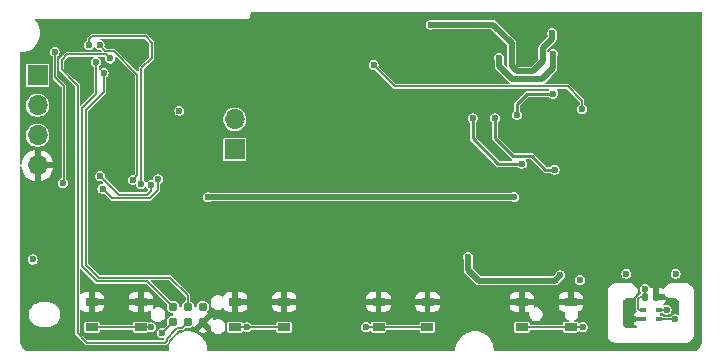
<source format=gbr>
%TF.GenerationSoftware,KiCad,Pcbnew,8.99.0-unknown-7a4b3602b9~181~ubuntu24.04.1*%
%TF.CreationDate,2024-12-15T13:41:54-05:00*%
%TF.ProjectId,nRF54L_ePaper,6e524635-344c-45f6-9550-617065722e6b,rev?*%
%TF.SameCoordinates,Original*%
%TF.FileFunction,Copper,L1,Top*%
%TF.FilePolarity,Positive*%
%FSLAX46Y46*%
G04 Gerber Fmt 4.6, Leading zero omitted, Abs format (unit mm)*
G04 Created by KiCad (PCBNEW 8.99.0-unknown-7a4b3602b9~181~ubuntu24.04.1) date 2024-12-15 13:41:54*
%MOMM*%
%LPD*%
G01*
G04 APERTURE LIST*
G04 Aperture macros list*
%AMRoundRect*
0 Rectangle with rounded corners*
0 $1 Rounding radius*
0 $2 $3 $4 $5 $6 $7 $8 $9 X,Y pos of 4 corners*
0 Add a 4 corners polygon primitive as box body*
4,1,4,$2,$3,$4,$5,$6,$7,$8,$9,$2,$3,0*
0 Add four circle primitives for the rounded corners*
1,1,$1+$1,$2,$3*
1,1,$1+$1,$4,$5*
1,1,$1+$1,$6,$7*
1,1,$1+$1,$8,$9*
0 Add four rect primitives between the rounded corners*
20,1,$1+$1,$2,$3,$4,$5,0*
20,1,$1+$1,$4,$5,$6,$7,0*
20,1,$1+$1,$6,$7,$8,$9,0*
20,1,$1+$1,$8,$9,$2,$3,0*%
G04 Aperture macros list end*
%TA.AperFunction,ComponentPad*%
%ADD10R,1.700000X1.700000*%
%TD*%
%TA.AperFunction,ComponentPad*%
%ADD11O,1.700000X1.700000*%
%TD*%
%TA.AperFunction,SMDPad,CuDef*%
%ADD12R,1.050000X0.650000*%
%TD*%
%TA.AperFunction,SMDPad,CuDef*%
%ADD13RoundRect,0.140000X-0.140000X-0.170000X0.140000X-0.170000X0.140000X0.170000X-0.140000X0.170000X0*%
%TD*%
%TA.AperFunction,SMDPad,CuDef*%
%ADD14R,0.500000X0.300000*%
%TD*%
%TA.AperFunction,ConnectorPad*%
%ADD15C,0.787400*%
%TD*%
%TA.AperFunction,ViaPad*%
%ADD16C,0.600000*%
%TD*%
%TA.AperFunction,Conductor*%
%ADD17C,0.150000*%
%TD*%
%TA.AperFunction,Conductor*%
%ADD18C,0.250000*%
%TD*%
%TA.AperFunction,Conductor*%
%ADD19C,0.500000*%
%TD*%
%TA.AperFunction,Conductor*%
%ADD20C,0.127000*%
%TD*%
G04 APERTURE END LIST*
D10*
%TO.P,JP2,1,A*%
%TO.N,Net-(BT1-+)*%
X118300000Y-56775000D03*
D11*
%TO.P,JP2,2,B*%
%TO.N,Net-(JP1-B)*%
X118300000Y-54235000D03*
%TD*%
D12*
%TO.P,SW3,1,1*%
%TO.N,GND*%
X130468750Y-69675000D03*
X134618750Y-69675000D03*
%TO.P,SW3,2,2*%
%TO.N,/SW3*%
X130468750Y-71825000D03*
X134593750Y-71825000D03*
%TD*%
D10*
%TO.P,J1,1,Pin_1*%
%TO.N,VDD*%
X101600000Y-50500000D03*
D11*
%TO.P,J1,2,Pin_2*%
%TO.N,/UART_TX*%
X101600000Y-53040000D03*
%TO.P,J1,3,Pin_3*%
%TO.N,/UART_RX*%
X101600000Y-55580000D03*
%TO.P,J1,4,Pin_4*%
%TO.N,GND*%
X101600000Y-58120000D03*
%TD*%
D13*
%TO.P,C25,1*%
%TO.N,VDD*%
X153040000Y-69250000D03*
%TO.P,C25,2*%
%TO.N,GND*%
X154000000Y-69250000D03*
%TD*%
D12*
%TO.P,SW4,1,1*%
%TO.N,GND*%
X142606250Y-69675000D03*
X146756250Y-69675000D03*
%TO.P,SW4,2,2*%
%TO.N,/SW4*%
X142606250Y-71825000D03*
X146731250Y-71825000D03*
%TD*%
%TO.P,SW2,1,1*%
%TO.N,GND*%
X118331250Y-69675000D03*
X122481250Y-69675000D03*
%TO.P,SW2,2,2*%
%TO.N,/SW2*%
X118331250Y-71825000D03*
X122456250Y-71825000D03*
%TD*%
D14*
%TO.P,U2,1,SDA*%
%TO.N,/SDA*%
X154220000Y-71150000D03*
%TO.P,U2,2,SCL*%
%TO.N,/SCL*%
X154220000Y-70350000D03*
%TO.P,U2,3,VDD*%
%TO.N,VDD*%
X152820000Y-70350000D03*
%TO.P,U2,4,VSS*%
%TO.N,GND*%
X152820000Y-71150000D03*
%TD*%
D12*
%TO.P,SW1,1,1*%
%TO.N,GND*%
X106193750Y-69675000D03*
X110343750Y-69675000D03*
%TO.P,SW1,2,2*%
%TO.N,/SW1*%
X106193750Y-71825000D03*
X110318750Y-71825000D03*
%TD*%
D15*
%TO.P,J4,1,VCC*%
%TO.N,VDD*%
X113067500Y-71385000D03*
%TO.P,J4,2,SWDIO*%
%TO.N,Net-(J4-SWDIO)*%
X113067500Y-70115000D03*
%TO.P,J4,3,~{RESET}*%
%TO.N,Net-(J4-~{RESET})*%
X114337500Y-71385000D03*
%TO.P,J4,4,SWCLK*%
%TO.N,Net-(J4-SWCLK)*%
X114337500Y-70115000D03*
%TO.P,J4,5,GND*%
%TO.N,GND*%
X115607500Y-71385000D03*
%TO.P,J4,6,SWO*%
%TO.N,unconnected-(J4-SWO-Pad6)*%
X115607500Y-70115000D03*
%TD*%
D16*
%TO.N,VDD*%
X112130000Y-72320000D03*
X151460000Y-67300000D03*
X113600000Y-53500000D03*
X147540000Y-67830000D03*
X142200000Y-53840000D03*
X153040000Y-68600000D03*
X101190000Y-66090000D03*
X145230000Y-52040000D03*
X155620000Y-67300000D03*
%TO.N,GND*%
X142790000Y-48500000D03*
X112130000Y-68430000D03*
X105820000Y-68230000D03*
X109560000Y-48190000D03*
X106850000Y-53360000D03*
X142780000Y-56070000D03*
X142790000Y-46700000D03*
X106930000Y-57220000D03*
X144700000Y-60280000D03*
X108720000Y-52220000D03*
X104010000Y-62260000D03*
X108670000Y-48190000D03*
X108650000Y-50770000D03*
X152110000Y-71150000D03*
X142790000Y-45800000D03*
X103550000Y-60700000D03*
X142870000Y-56808000D03*
X113890000Y-47600000D03*
X142790000Y-47600000D03*
X113630000Y-69320000D03*
X113180000Y-55660000D03*
X112260000Y-55650000D03*
X142780000Y-49410000D03*
X114690000Y-55060000D03*
X147460000Y-50750000D03*
X104290000Y-49610000D03*
X108330000Y-70500000D03*
X147580000Y-55250000D03*
X143400000Y-60430000D03*
X108270000Y-69650000D03*
X110450000Y-48190000D03*
X116910000Y-73020000D03*
X112880000Y-53000000D03*
%TO.N,/PREVGL*%
X145185000Y-46905000D03*
X134880000Y-46200000D03*
%TO.N,/SCL*%
X109670000Y-59340000D03*
X154860000Y-70350000D03*
X106850000Y-47930000D03*
%TO.N,/SDA*%
X155570000Y-71150000D03*
X105950000Y-47940000D03*
X110370000Y-59730000D03*
%TO.N,/PREVGH*%
X145230466Y-48707047D03*
X140680000Y-49000000D03*
%TO.N,/GDR*%
X140340000Y-54140000D03*
X145370000Y-58490000D03*
%TO.N,/RESE*%
X142600000Y-57970000D03*
X138440000Y-54140000D03*
%TO.N,/EPD_DC*%
X130050000Y-49640000D03*
X147700000Y-53340000D03*
%TO.N,Net-(Q2-G)*%
X103060000Y-48500000D03*
X103760000Y-59620000D03*
%TO.N,Net-(J4-SWDIO)*%
X106560000Y-49400000D03*
%TO.N,Net-(J4-~{RESET})*%
X107750000Y-49070000D03*
%TO.N,Net-(J4-SWCLK)*%
X107200000Y-50280000D03*
%TO.N,/SW1*%
X111220000Y-71830000D03*
%TO.N,/SW2*%
X119330000Y-71830000D03*
%TO.N,/SW3*%
X129410000Y-71820000D03*
%TO.N,/SW4*%
X147750000Y-71820000D03*
%TO.N,/UART_TX*%
X111200000Y-59800000D03*
X106920000Y-59020000D03*
%TO.N,/UART_RX*%
X107100000Y-60100000D03*
X111800000Y-59300000D03*
%TO.N,Net-(BT1-+)*%
X116030000Y-60820000D03*
X141960000Y-60800000D03*
%TO.N,Net-(JP1-B)*%
X138050000Y-65860000D03*
X145870000Y-67430000D03*
%TD*%
D17*
%TO.N,VDD*%
X152510000Y-70350000D02*
X152430000Y-70270000D01*
X112130000Y-72320000D02*
X112132500Y-72320000D01*
X152430000Y-70270000D02*
X152430000Y-69460000D01*
D18*
X142200000Y-52920000D02*
X142200000Y-53840000D01*
D17*
X112132500Y-72320000D02*
X113067500Y-71385000D01*
X152820000Y-70350000D02*
X152510000Y-70350000D01*
X153040000Y-69250000D02*
X153040000Y-68600000D01*
D18*
X145230000Y-52040000D02*
X143080000Y-52040000D01*
X143080000Y-52040000D02*
X142200000Y-52920000D01*
D17*
X152430000Y-69460000D02*
X152640000Y-69250000D01*
X152640000Y-69250000D02*
X153040000Y-69250000D01*
%TO.N,GND*%
X115607500Y-71385000D02*
X115607500Y-71717500D01*
X115607500Y-71717500D02*
X116910000Y-73020000D01*
X152820000Y-71150000D02*
X152110000Y-71150000D01*
D19*
%TO.N,/PREVGL*%
X145185000Y-47390000D02*
X145185000Y-46905000D01*
X143550000Y-50150000D02*
X144375000Y-49325000D01*
X141750000Y-49725000D02*
X142175000Y-50150000D01*
X134880000Y-46200000D02*
X140150000Y-46200000D01*
X142175000Y-50150000D02*
X143550000Y-50150000D01*
X140150000Y-46200000D02*
X141750000Y-47800000D01*
X141750000Y-47800000D02*
X141750000Y-49725000D01*
X144375000Y-49325000D02*
X144375000Y-48200000D01*
X144375000Y-48200000D02*
X145185000Y-47390000D01*
D17*
%TO.N,/SCL*%
X107350000Y-48430000D02*
X108050000Y-48430000D01*
X110060000Y-58950000D02*
X109670000Y-59340000D01*
X106850000Y-47930000D02*
X107350000Y-48430000D01*
X108050000Y-48430000D02*
X110060000Y-50440000D01*
X110060000Y-50440000D02*
X110060000Y-58950000D01*
X154220000Y-70350000D02*
X154860000Y-70350000D01*
%TO.N,/SDA*%
X105950000Y-47450000D02*
X105950000Y-47940000D01*
X110370000Y-49900000D02*
X111280000Y-48990000D01*
X110370000Y-59730000D02*
X110370000Y-49900000D01*
X111280000Y-47720000D02*
X110750000Y-47190000D01*
X110750000Y-47190000D02*
X106210000Y-47190000D01*
X106210000Y-47190000D02*
X105950000Y-47450000D01*
X155570000Y-71150000D02*
X154220000Y-71150000D01*
X111280000Y-48990000D02*
X111280000Y-47720000D01*
D19*
%TO.N,/PREVGH*%
X140680000Y-49700000D02*
X141805000Y-50825000D01*
X140680000Y-49000000D02*
X140680000Y-49700000D01*
X145230466Y-49919534D02*
X145230466Y-48707047D01*
X144325000Y-50825000D02*
X145230466Y-49919534D01*
X141805000Y-50825000D02*
X144325000Y-50825000D01*
D18*
%TO.N,/GDR*%
X143470000Y-57360000D02*
X141860000Y-57360000D01*
X141860000Y-57360000D02*
X140340000Y-55840000D01*
X145370000Y-58490000D02*
X144600000Y-58490000D01*
X144600000Y-58490000D02*
X143470000Y-57360000D01*
X140340000Y-55840000D02*
X140340000Y-54140000D01*
%TO.N,/RESE*%
X140570000Y-57970000D02*
X138440000Y-55840000D01*
X138440000Y-55840000D02*
X138440000Y-54140000D01*
X142600000Y-57970000D02*
X140570000Y-57970000D01*
D17*
%TO.N,/EPD_DC*%
X147700000Y-53340000D02*
X147700000Y-52670000D01*
X147700000Y-52670000D02*
X146470000Y-51440000D01*
X131850000Y-51440000D02*
X130050000Y-49640000D01*
X146470000Y-51440000D02*
X131850000Y-51440000D01*
D20*
%TO.N,Net-(Q2-G)*%
X103060000Y-48500000D02*
X103060000Y-50660000D01*
X103060000Y-50660000D02*
X103820000Y-51420000D01*
X103820000Y-51420000D02*
X103820000Y-59560000D01*
X103820000Y-59560000D02*
X103760000Y-59620000D01*
D17*
%TO.N,Net-(J4-SWDIO)*%
X105370000Y-66680000D02*
X106620000Y-67930000D01*
X106560000Y-49400000D02*
X106560000Y-52090000D01*
X106620000Y-67930000D02*
X110882500Y-67930000D01*
X106560000Y-52090000D02*
X105370000Y-53280000D01*
X105370000Y-53280000D02*
X105370000Y-66680000D01*
X110882500Y-67930000D02*
X113067500Y-70115000D01*
%TO.N,Net-(J4-~{RESET})*%
X114337500Y-71385000D02*
X113832500Y-71890000D01*
X104110000Y-48710000D02*
X107390000Y-48710000D01*
X112530000Y-72800000D02*
X112530000Y-72950000D01*
X105640000Y-72980000D02*
X105010000Y-72350000D01*
X112530000Y-72950000D02*
X112360000Y-73120000D01*
X103640000Y-50000000D02*
X103640000Y-49180000D01*
X112360000Y-73120000D02*
X112070000Y-73120000D01*
X105010000Y-72350000D02*
X105010000Y-70410000D01*
X107390000Y-48710000D02*
X107750000Y-49070000D01*
X113440000Y-71890000D02*
X113250000Y-72080000D01*
X105780000Y-73120000D02*
X105640000Y-72980000D01*
X105010000Y-51370000D02*
X104590000Y-50950000D01*
X113700000Y-71890000D02*
X113440000Y-71890000D01*
X113250000Y-72080000D02*
X112530000Y-72800000D01*
X112070000Y-73120000D02*
X105780000Y-73120000D01*
X113832500Y-71890000D02*
X113700000Y-71890000D01*
X105010000Y-70410000D02*
X105010000Y-51370000D01*
X104590000Y-50950000D02*
X103640000Y-50000000D01*
X103640000Y-49180000D02*
X104110000Y-48710000D01*
%TO.N,Net-(J4-SWCLK)*%
X106780000Y-67620000D02*
X105700000Y-66540000D01*
X105700000Y-66540000D02*
X105700000Y-53430000D01*
X105700000Y-53430000D02*
X107200000Y-51930000D01*
X107200000Y-51930000D02*
X107200000Y-50280000D01*
X114337500Y-70115000D02*
X114337500Y-69127500D01*
X112830000Y-67620000D02*
X106780000Y-67620000D01*
X114337500Y-69127500D02*
X112830000Y-67620000D01*
%TO.N,/SW1*%
X110323750Y-71830000D02*
X110318750Y-71825000D01*
X106193750Y-71825000D02*
X110318750Y-71825000D01*
X111220000Y-71830000D02*
X110323750Y-71830000D01*
%TO.N,/SW2*%
X119330000Y-71830000D02*
X118336250Y-71830000D01*
X122456250Y-71825000D02*
X118331250Y-71825000D01*
X118336250Y-71830000D02*
X118331250Y-71825000D01*
%TO.N,/SW3*%
X130463750Y-71820000D02*
X130468750Y-71825000D01*
X134593750Y-71825000D02*
X130468750Y-71825000D01*
X129410000Y-71820000D02*
X130463750Y-71820000D01*
%TO.N,/SW4*%
X147750000Y-71820000D02*
X146736250Y-71820000D01*
X146731250Y-71825000D02*
X142606250Y-71825000D01*
X146736250Y-71820000D02*
X146731250Y-71825000D01*
%TO.N,/UART_TX*%
X111200000Y-60300000D02*
X111200000Y-59800000D01*
X108500000Y-60600000D02*
X110900000Y-60600000D01*
X106920000Y-59020000D02*
X108500000Y-60600000D01*
X110900000Y-60600000D02*
X111200000Y-60300000D01*
%TO.N,/UART_RX*%
X111100000Y-60910000D02*
X107910000Y-60910000D01*
X111800000Y-60210000D02*
X111100000Y-60910000D01*
X111800000Y-59300000D02*
X111800000Y-60210000D01*
X107910000Y-60910000D02*
X107100000Y-60100000D01*
D19*
%TO.N,Net-(BT1-+)*%
X141960000Y-60800000D02*
X116050000Y-60800000D01*
X116050000Y-60800000D02*
X116030000Y-60820000D01*
%TO.N,Net-(JP1-B)*%
X138960000Y-67890000D02*
X143200000Y-67890000D01*
X138050000Y-65860000D02*
X138050000Y-66980000D01*
X138050000Y-66980000D02*
X138690000Y-67620000D01*
X145410000Y-67890000D02*
X145870000Y-67430000D01*
X138690000Y-67620000D02*
X138960000Y-67890000D01*
X143200000Y-67890000D02*
X145410000Y-67890000D01*
%TD*%
%TA.AperFunction,Conductor*%
%TO.N,GND*%
G36*
X105319194Y-66915572D02*
G01*
X106448329Y-68044707D01*
X106505293Y-68101671D01*
X106505294Y-68101671D01*
X106505296Y-68101673D01*
X106579717Y-68132499D01*
X106579720Y-68132500D01*
X110772734Y-68132500D01*
X110816928Y-68150806D01*
X112555907Y-69889785D01*
X112574213Y-69933979D01*
X112572083Y-69950155D01*
X112546301Y-70046376D01*
X112546300Y-70046384D01*
X112546300Y-70183615D01*
X112546301Y-70183623D01*
X112581818Y-70316175D01*
X112581819Y-70316178D01*
X112650436Y-70435023D01*
X112650441Y-70435029D01*
X112747470Y-70532058D01*
X112747476Y-70532063D01*
X112866321Y-70600680D01*
X112866324Y-70600681D01*
X112998883Y-70636200D01*
X113005000Y-70636200D01*
X113049194Y-70654506D01*
X113067500Y-70698700D01*
X113067500Y-70801300D01*
X113049194Y-70845494D01*
X113005000Y-70863800D01*
X112998883Y-70863800D01*
X112998882Y-70863800D01*
X112998876Y-70863801D01*
X112866324Y-70899318D01*
X112866321Y-70899319D01*
X112747476Y-70967936D01*
X112747470Y-70967941D01*
X112650441Y-71064970D01*
X112650436Y-71064976D01*
X112581819Y-71183821D01*
X112581818Y-71183824D01*
X112546301Y-71316376D01*
X112546300Y-71316384D01*
X112546300Y-71453615D01*
X112546301Y-71453623D01*
X112572083Y-71549843D01*
X112565840Y-71597269D01*
X112555907Y-71610213D01*
X112280679Y-71885440D01*
X112236485Y-71903746D01*
X112220310Y-71901617D01*
X112186283Y-71892500D01*
X112186281Y-71892500D01*
X112073719Y-71892500D01*
X112073718Y-71892500D01*
X112073712Y-71892501D01*
X111964991Y-71921632D01*
X111964988Y-71921633D01*
X111867509Y-71977914D01*
X111867503Y-71977919D01*
X111787919Y-72057503D01*
X111787914Y-72057509D01*
X111731633Y-72154988D01*
X111731632Y-72154991D01*
X111702501Y-72263712D01*
X111702500Y-72263720D01*
X111702500Y-72376279D01*
X111702501Y-72376287D01*
X111731632Y-72485008D01*
X111731633Y-72485011D01*
X111787914Y-72582490D01*
X111787919Y-72582496D01*
X111867503Y-72662080D01*
X111867509Y-72662085D01*
X111964988Y-72718366D01*
X111964991Y-72718367D01*
X112073719Y-72747500D01*
X112073720Y-72747500D01*
X112186280Y-72747500D01*
X112186281Y-72747500D01*
X112186289Y-72747498D01*
X112225524Y-72736985D01*
X112248823Y-72730742D01*
X112257196Y-72731844D01*
X112265000Y-72728612D01*
X112280073Y-72734855D01*
X112296250Y-72736985D01*
X112301392Y-72743686D01*
X112309194Y-72746918D01*
X112315437Y-72761990D01*
X112325370Y-72774935D01*
X112327500Y-72791112D01*
X112327500Y-72840234D01*
X112309194Y-72884428D01*
X112294428Y-72899194D01*
X112250234Y-72917500D01*
X105889766Y-72917500D01*
X105845572Y-72899194D01*
X105820463Y-72874085D01*
X105820463Y-72874084D01*
X105230806Y-72284427D01*
X105212500Y-72240233D01*
X105212500Y-71487442D01*
X105541250Y-71487442D01*
X105541250Y-72162558D01*
X105543144Y-72172080D01*
X105548648Y-72199748D01*
X105548648Y-72199749D01*
X105576827Y-72241922D01*
X105588558Y-72249760D01*
X105619002Y-72270102D01*
X105656192Y-72277500D01*
X105656193Y-72277500D01*
X106731307Y-72277500D01*
X106731308Y-72277500D01*
X106768498Y-72270102D01*
X106810672Y-72241922D01*
X106838852Y-72199748D01*
X106846250Y-72162558D01*
X106846250Y-72090000D01*
X106864556Y-72045806D01*
X106908750Y-72027500D01*
X109603750Y-72027500D01*
X109647944Y-72045806D01*
X109666250Y-72090000D01*
X109666250Y-72162558D01*
X109668144Y-72172080D01*
X109673648Y-72199748D01*
X109673648Y-72199749D01*
X109701827Y-72241922D01*
X109713558Y-72249760D01*
X109744002Y-72270102D01*
X109781192Y-72277500D01*
X109781193Y-72277500D01*
X110856307Y-72277500D01*
X110856308Y-72277500D01*
X110893498Y-72270102D01*
X110935672Y-72241922D01*
X110942901Y-72231102D01*
X110982674Y-72204525D01*
X111026120Y-72211698D01*
X111054991Y-72228367D01*
X111163719Y-72257500D01*
X111163720Y-72257500D01*
X111276280Y-72257500D01*
X111276281Y-72257500D01*
X111385009Y-72228367D01*
X111482491Y-72172085D01*
X111562085Y-72092491D01*
X111618367Y-71995009D01*
X111647500Y-71886281D01*
X111647500Y-71773719D01*
X111618367Y-71664991D01*
X111618366Y-71664988D01*
X111562085Y-71567509D01*
X111562080Y-71567503D01*
X111482496Y-71487919D01*
X111482490Y-71487914D01*
X111385011Y-71431633D01*
X111385008Y-71431632D01*
X111276287Y-71402501D01*
X111276282Y-71402500D01*
X111276281Y-71402500D01*
X111163719Y-71402500D01*
X111163718Y-71402500D01*
X111163712Y-71402501D01*
X111054994Y-71431631D01*
X111054987Y-71431634D01*
X111030940Y-71445518D01*
X110983514Y-71451761D01*
X110947724Y-71426115D01*
X110944729Y-71421633D01*
X110935672Y-71408078D01*
X110928530Y-71403306D01*
X110893498Y-71379898D01*
X110856308Y-71372500D01*
X109781192Y-71372500D01*
X109762597Y-71376199D01*
X109744001Y-71379898D01*
X109744000Y-71379898D01*
X109701827Y-71408077D01*
X109673648Y-71450250D01*
X109673648Y-71450251D01*
X109666250Y-71487442D01*
X109666250Y-71560000D01*
X109647944Y-71604194D01*
X109603750Y-71622500D01*
X106908750Y-71622500D01*
X106864556Y-71604194D01*
X106846250Y-71560000D01*
X106846250Y-71487442D01*
X106844919Y-71480750D01*
X106838852Y-71450252D01*
X106838851Y-71450250D01*
X106810672Y-71408077D01*
X106768498Y-71379898D01*
X106731308Y-71372500D01*
X105656192Y-71372500D01*
X105637597Y-71376199D01*
X105619001Y-71379898D01*
X105619000Y-71379898D01*
X105576827Y-71408077D01*
X105548648Y-71450250D01*
X105548648Y-71450251D01*
X105544522Y-71470993D01*
X105541250Y-71487442D01*
X105212500Y-71487442D01*
X105212500Y-70407891D01*
X105230806Y-70363697D01*
X105275000Y-70345391D01*
X105312456Y-70357858D01*
X105426659Y-70443352D01*
X105426658Y-70443352D01*
X105561372Y-70493597D01*
X105620914Y-70499999D01*
X105620928Y-70500000D01*
X105943750Y-70500000D01*
X106443750Y-70500000D01*
X106766572Y-70500000D01*
X106766585Y-70499999D01*
X106826127Y-70493597D01*
X106960841Y-70443352D01*
X106960844Y-70443350D01*
X107075936Y-70357191D01*
X107075941Y-70357186D01*
X107162100Y-70242094D01*
X107162102Y-70242091D01*
X107212347Y-70107377D01*
X107218749Y-70047835D01*
X109318750Y-70047835D01*
X109325152Y-70107377D01*
X109375397Y-70242091D01*
X109375399Y-70242094D01*
X109461558Y-70357186D01*
X109461563Y-70357191D01*
X109576655Y-70443350D01*
X109576658Y-70443352D01*
X109711372Y-70493597D01*
X109770914Y-70499999D01*
X109770928Y-70500000D01*
X110093750Y-70500000D01*
X110593750Y-70500000D01*
X110916572Y-70500000D01*
X110916585Y-70499999D01*
X110976127Y-70493597D01*
X111110840Y-70443352D01*
X111130747Y-70428450D01*
X111177096Y-70416619D01*
X111218236Y-70441027D01*
X111230067Y-70487376D01*
X111225947Y-70502395D01*
X111206142Y-70550211D01*
X111198632Y-70568341D01*
X111174700Y-70688659D01*
X111174700Y-70811340D01*
X111198633Y-70931662D01*
X111245582Y-71045006D01*
X111245583Y-71045008D01*
X111313739Y-71147011D01*
X111400488Y-71233760D01*
X111499623Y-71300000D01*
X111502494Y-71301918D01*
X111615836Y-71348866D01*
X111736160Y-71372800D01*
X111858840Y-71372800D01*
X111979164Y-71348866D01*
X112092506Y-71301918D01*
X112194512Y-71233760D01*
X112281260Y-71147012D01*
X112349418Y-71045006D01*
X112396366Y-70931664D01*
X112420300Y-70811340D01*
X112420300Y-70688660D01*
X112396366Y-70568336D01*
X112349418Y-70454994D01*
X112281260Y-70352988D01*
X112194512Y-70266240D01*
X112190106Y-70263296D01*
X112092508Y-70198083D01*
X112092506Y-70198082D01*
X111979162Y-70151133D01*
X111858840Y-70127200D01*
X111736160Y-70127200D01*
X111615837Y-70151133D01*
X111502493Y-70198082D01*
X111502490Y-70198083D01*
X111431680Y-70245398D01*
X111384764Y-70254730D01*
X111344990Y-70228154D01*
X111335658Y-70181238D01*
X111338398Y-70171589D01*
X111362347Y-70107377D01*
X111368749Y-70047835D01*
X111368750Y-70047822D01*
X111368750Y-69925000D01*
X110593750Y-69925000D01*
X110593750Y-70500000D01*
X110093750Y-70500000D01*
X110093750Y-69925000D01*
X109318750Y-69925000D01*
X109318750Y-70047835D01*
X107218749Y-70047835D01*
X107218750Y-70047822D01*
X107218750Y-69925000D01*
X106443750Y-69925000D01*
X106443750Y-70500000D01*
X105943750Y-70500000D01*
X105943750Y-69425000D01*
X106443750Y-69425000D01*
X107218750Y-69425000D01*
X107218750Y-69302177D01*
X107218749Y-69302164D01*
X109318750Y-69302164D01*
X109318750Y-69425000D01*
X110093750Y-69425000D01*
X110593750Y-69425000D01*
X111368750Y-69425000D01*
X111368750Y-69302177D01*
X111368749Y-69302164D01*
X111362347Y-69242622D01*
X111312102Y-69107908D01*
X111312100Y-69107905D01*
X111225941Y-68992813D01*
X111225936Y-68992808D01*
X111110844Y-68906649D01*
X111110841Y-68906647D01*
X110976127Y-68856402D01*
X110916585Y-68850000D01*
X110593750Y-68850000D01*
X110593750Y-69425000D01*
X110093750Y-69425000D01*
X110093750Y-68850000D01*
X109770914Y-68850000D01*
X109711372Y-68856402D01*
X109576658Y-68906647D01*
X109576655Y-68906649D01*
X109461563Y-68992808D01*
X109461558Y-68992813D01*
X109375399Y-69107905D01*
X109375397Y-69107908D01*
X109325152Y-69242622D01*
X109318750Y-69302164D01*
X107218749Y-69302164D01*
X107212347Y-69242622D01*
X107162102Y-69107908D01*
X107162100Y-69107905D01*
X107075941Y-68992813D01*
X107075936Y-68992808D01*
X106960844Y-68906649D01*
X106960841Y-68906647D01*
X106826127Y-68856402D01*
X106766585Y-68850000D01*
X106443750Y-68850000D01*
X106443750Y-69425000D01*
X105943750Y-69425000D01*
X105943750Y-68850000D01*
X105620914Y-68850000D01*
X105561372Y-68856402D01*
X105426658Y-68906647D01*
X105426655Y-68906649D01*
X105312455Y-68992141D01*
X105266106Y-69003972D01*
X105224967Y-68979563D01*
X105212500Y-68942108D01*
X105212500Y-66959766D01*
X105230806Y-66915572D01*
X105275000Y-66897266D01*
X105319194Y-66915572D01*
G37*
%TD.AperFunction*%
%TA.AperFunction,Conductor*%
G36*
X112764428Y-67840806D02*
G01*
X114116694Y-69193072D01*
X114135000Y-69237266D01*
X114135000Y-69593999D01*
X114116694Y-69638193D01*
X114103751Y-69648125D01*
X114017476Y-69697936D01*
X114017470Y-69697941D01*
X113920441Y-69794970D01*
X113920436Y-69794976D01*
X113851819Y-69913821D01*
X113851818Y-69913824D01*
X113816301Y-70046376D01*
X113816300Y-70046384D01*
X113816300Y-70052500D01*
X113797994Y-70096694D01*
X113753800Y-70115000D01*
X113651200Y-70115000D01*
X113607006Y-70096694D01*
X113588700Y-70052500D01*
X113588700Y-70046384D01*
X113588698Y-70046376D01*
X113578392Y-70007915D01*
X113553181Y-69913824D01*
X113553180Y-69913821D01*
X113484563Y-69794976D01*
X113484558Y-69794970D01*
X113387529Y-69697941D01*
X113387523Y-69697936D01*
X113268678Y-69629319D01*
X113268675Y-69629318D01*
X113136123Y-69593801D01*
X113136118Y-69593800D01*
X113136117Y-69593800D01*
X112998883Y-69593800D01*
X112998882Y-69593800D01*
X112998876Y-69593801D01*
X112902655Y-69619583D01*
X112855229Y-69613339D01*
X112842285Y-69603407D01*
X111168072Y-67929194D01*
X111149766Y-67885000D01*
X111168072Y-67840806D01*
X111212266Y-67822500D01*
X112720234Y-67822500D01*
X112764428Y-67840806D01*
G37*
%TD.AperFunction*%
%TA.AperFunction,Conductor*%
G36*
X106360315Y-48930806D02*
G01*
X106378621Y-48975000D01*
X106360315Y-49019194D01*
X106347372Y-49029126D01*
X106297509Y-49057914D01*
X106297503Y-49057919D01*
X106217919Y-49137503D01*
X106217914Y-49137509D01*
X106161633Y-49234988D01*
X106161632Y-49234991D01*
X106132501Y-49343712D01*
X106132500Y-49343720D01*
X106132500Y-49456279D01*
X106132501Y-49456287D01*
X106161632Y-49565008D01*
X106161633Y-49565011D01*
X106217914Y-49662490D01*
X106217919Y-49662496D01*
X106297503Y-49742080D01*
X106297507Y-49742083D01*
X106297509Y-49742085D01*
X106326250Y-49758679D01*
X106355370Y-49796629D01*
X106357500Y-49812805D01*
X106357500Y-51980234D01*
X106339194Y-52024428D01*
X105319194Y-53044428D01*
X105275000Y-53062734D01*
X105230806Y-53044428D01*
X105212500Y-53000234D01*
X105212500Y-51329720D01*
X105212499Y-51329718D01*
X105187072Y-51268331D01*
X105187072Y-51268330D01*
X105181672Y-51255293D01*
X104704707Y-50778329D01*
X103860806Y-49934428D01*
X103842500Y-49890234D01*
X103842500Y-49289766D01*
X103860806Y-49245572D01*
X104175572Y-48930806D01*
X104219766Y-48912500D01*
X106316121Y-48912500D01*
X106360315Y-48930806D01*
G37*
%TD.AperFunction*%
%TA.AperFunction,Conductor*%
G36*
X110684428Y-47410806D02*
G01*
X111059194Y-47785572D01*
X111077500Y-47829766D01*
X111077500Y-48880234D01*
X111059194Y-48924428D01*
X110198330Y-49785291D01*
X110198326Y-49785296D01*
X110167500Y-49859717D01*
X110167500Y-50110234D01*
X110149194Y-50154428D01*
X110105000Y-50172734D01*
X110060806Y-50154428D01*
X108164708Y-48258330D01*
X108164703Y-48258326D01*
X108090282Y-48227500D01*
X108090280Y-48227500D01*
X107459767Y-48227500D01*
X107415573Y-48209194D01*
X107285086Y-48078707D01*
X107266780Y-48034513D01*
X107268908Y-48018342D01*
X107277500Y-47986281D01*
X107277500Y-47873719D01*
X107248367Y-47764991D01*
X107248366Y-47764988D01*
X107192085Y-47667509D01*
X107192080Y-47667503D01*
X107112496Y-47587919D01*
X107112490Y-47587914D01*
X107015011Y-47531633D01*
X107015008Y-47531632D01*
X106954315Y-47515370D01*
X106916364Y-47486250D01*
X106910121Y-47438824D01*
X106939241Y-47400873D01*
X106970491Y-47392500D01*
X110640234Y-47392500D01*
X110684428Y-47410806D01*
G37*
%TD.AperFunction*%
%TA.AperFunction,Conductor*%
G36*
X157854194Y-45118306D02*
G01*
X157872500Y-45162500D01*
X157872500Y-72996930D01*
X157872199Y-73003056D01*
X157856338Y-73164088D01*
X157853948Y-73176105D01*
X157807871Y-73328002D01*
X157803182Y-73339321D01*
X157728358Y-73479307D01*
X157721551Y-73489494D01*
X157620856Y-73612192D01*
X157612192Y-73620856D01*
X157489494Y-73721551D01*
X157479307Y-73728358D01*
X157339321Y-73803182D01*
X157328002Y-73807871D01*
X157176105Y-73853948D01*
X157164088Y-73856338D01*
X157003056Y-73872199D01*
X156996930Y-73872500D01*
X140320727Y-73872500D01*
X140304551Y-73870370D01*
X140292425Y-73867121D01*
X140264408Y-73850945D01*
X140261554Y-73848091D01*
X140256726Y-73839728D01*
X140254475Y-73838001D01*
X140254104Y-73835187D01*
X140245378Y-73820072D01*
X140242128Y-73807945D01*
X140240000Y-73791773D01*
X140240000Y-73678042D01*
X140240000Y-73678036D01*
X140203645Y-73436832D01*
X140131746Y-73203740D01*
X140025909Y-72983968D01*
X139893813Y-72790219D01*
X139888505Y-72782433D01*
X139888502Y-72782430D01*
X139888499Y-72782425D01*
X139722585Y-72603612D01*
X139722580Y-72603608D01*
X139722577Y-72603605D01*
X139531883Y-72451531D01*
X139531877Y-72451527D01*
X139531874Y-72451525D01*
X139320626Y-72329561D01*
X139093559Y-72240444D01*
X139093555Y-72240443D01*
X139093552Y-72240442D01*
X138855747Y-72186165D01*
X138612503Y-72167936D01*
X138612497Y-72167936D01*
X138369253Y-72186165D01*
X138369251Y-72186165D01*
X138131447Y-72240442D01*
X138131444Y-72240443D01*
X138131442Y-72240443D01*
X138131441Y-72240444D01*
X138037024Y-72277500D01*
X137904371Y-72329562D01*
X137693116Y-72451531D01*
X137502422Y-72603605D01*
X137502417Y-72603610D01*
X137502415Y-72603611D01*
X137502415Y-72603612D01*
X137354157Y-72763397D01*
X137336494Y-72782433D01*
X137199091Y-72983967D01*
X137093252Y-73203744D01*
X137093251Y-73203748D01*
X137021356Y-73436824D01*
X136985000Y-73678036D01*
X136985000Y-73791773D01*
X136982870Y-73807951D01*
X136979621Y-73820075D01*
X136963445Y-73848091D01*
X136960591Y-73850945D01*
X136952225Y-73855775D01*
X136950499Y-73858025D01*
X136947688Y-73858394D01*
X136932574Y-73867121D01*
X136920447Y-73870370D01*
X136904273Y-73872500D01*
X116045727Y-73872500D01*
X116029551Y-73870370D01*
X116017425Y-73867121D01*
X115989408Y-73850945D01*
X115986554Y-73848091D01*
X115981726Y-73839728D01*
X115979475Y-73838001D01*
X115979104Y-73835187D01*
X115970378Y-73820072D01*
X115967128Y-73807945D01*
X115965000Y-73791773D01*
X115965000Y-73678042D01*
X115965000Y-73678036D01*
X115928645Y-73436832D01*
X115856746Y-73203740D01*
X115750909Y-72983968D01*
X115618813Y-72790219D01*
X115613505Y-72782433D01*
X115613502Y-72782430D01*
X115613499Y-72782425D01*
X115447585Y-72603612D01*
X115447580Y-72603608D01*
X115447577Y-72603605D01*
X115256883Y-72451531D01*
X115256877Y-72451527D01*
X115256874Y-72451525D01*
X115045626Y-72329561D01*
X114818559Y-72240444D01*
X114818555Y-72240443D01*
X114818552Y-72240442D01*
X114678936Y-72208576D01*
X114580747Y-72186165D01*
X114377521Y-72170935D01*
X115175117Y-72170935D01*
X115184170Y-72176984D01*
X115184173Y-72176985D01*
X115346818Y-72244355D01*
X115519477Y-72278699D01*
X115519478Y-72278700D01*
X115695522Y-72278700D01*
X115695522Y-72278699D01*
X115868181Y-72244355D01*
X115868182Y-72244355D01*
X116030824Y-72176986D01*
X116030834Y-72176981D01*
X116039881Y-72170935D01*
X116039881Y-72170934D01*
X115607500Y-71738554D01*
X115175117Y-72170935D01*
X114377521Y-72170935D01*
X114337503Y-72167936D01*
X114337497Y-72167936D01*
X114094253Y-72186165D01*
X114094251Y-72186165D01*
X113856447Y-72240442D01*
X113856444Y-72240443D01*
X113856442Y-72240443D01*
X113856441Y-72240444D01*
X113762024Y-72277500D01*
X113629371Y-72329562D01*
X113418116Y-72451531D01*
X113227422Y-72603605D01*
X113227417Y-72603610D01*
X113227415Y-72603611D01*
X113227415Y-72603612D01*
X113079157Y-72763397D01*
X113061494Y-72782433D01*
X112924091Y-72983967D01*
X112818252Y-73203744D01*
X112818251Y-73203748D01*
X112746356Y-73436824D01*
X112710000Y-73678036D01*
X112710000Y-73791773D01*
X112707870Y-73807951D01*
X112704621Y-73820075D01*
X112688445Y-73848091D01*
X112685591Y-73850945D01*
X112677225Y-73855775D01*
X112675499Y-73858025D01*
X112672688Y-73858394D01*
X112657574Y-73867121D01*
X112645447Y-73870370D01*
X112629273Y-73872500D01*
X101003070Y-73872500D01*
X100996944Y-73872199D01*
X100835911Y-73856338D01*
X100823894Y-73853948D01*
X100671997Y-73807871D01*
X100660678Y-73803182D01*
X100520692Y-73728358D01*
X100510505Y-73721551D01*
X100457481Y-73678036D01*
X100387805Y-73620854D01*
X100379143Y-73612192D01*
X100347877Y-73574094D01*
X100278445Y-73489490D01*
X100271644Y-73479311D01*
X100196815Y-73339317D01*
X100192130Y-73328007D01*
X100146050Y-73176101D01*
X100143661Y-73164088D01*
X100142438Y-73151672D01*
X100127801Y-73003056D01*
X100127500Y-72996930D01*
X100127500Y-70648799D01*
X100872500Y-70648799D01*
X100872500Y-70851200D01*
X100911985Y-71049709D01*
X100911985Y-71049710D01*
X100989441Y-71236704D01*
X100989442Y-71236706D01*
X101101887Y-71404992D01*
X101101888Y-71404993D01*
X101245007Y-71548112D01*
X101413296Y-71660559D01*
X101600289Y-71738014D01*
X101798800Y-71777500D01*
X102601200Y-71777500D01*
X102799711Y-71738014D01*
X102986704Y-71660559D01*
X103154993Y-71548112D01*
X103298112Y-71404993D01*
X103410559Y-71236704D01*
X103488014Y-71049711D01*
X103527500Y-70851200D01*
X103527500Y-70648800D01*
X103488014Y-70450289D01*
X103410559Y-70263296D01*
X103298112Y-70095007D01*
X103154993Y-69951888D01*
X103154613Y-69951634D01*
X102986706Y-69839442D01*
X102986704Y-69839441D01*
X102799709Y-69761985D01*
X102601200Y-69722500D01*
X101798800Y-69722500D01*
X101600290Y-69761985D01*
X101600289Y-69761985D01*
X101413295Y-69839441D01*
X101413293Y-69839442D01*
X101245007Y-69951887D01*
X101101887Y-70095007D01*
X100989442Y-70263293D01*
X100989441Y-70263295D01*
X100911985Y-70450289D01*
X100911985Y-70450290D01*
X100872500Y-70648799D01*
X100127500Y-70648799D01*
X100127500Y-66033720D01*
X100762500Y-66033720D01*
X100762500Y-66146279D01*
X100762501Y-66146287D01*
X100791632Y-66255008D01*
X100791633Y-66255011D01*
X100847914Y-66352490D01*
X100847919Y-66352496D01*
X100927503Y-66432080D01*
X100927509Y-66432085D01*
X101024988Y-66488366D01*
X101024991Y-66488367D01*
X101133719Y-66517500D01*
X101133720Y-66517500D01*
X101246280Y-66517500D01*
X101246281Y-66517500D01*
X101355009Y-66488367D01*
X101452491Y-66432085D01*
X101532085Y-66352491D01*
X101588367Y-66255009D01*
X101617500Y-66146281D01*
X101617500Y-66033719D01*
X101588367Y-65924991D01*
X101588366Y-65924988D01*
X101532085Y-65827509D01*
X101532080Y-65827503D01*
X101452496Y-65747919D01*
X101452490Y-65747914D01*
X101355011Y-65691633D01*
X101355008Y-65691632D01*
X101246287Y-65662501D01*
X101246282Y-65662500D01*
X101246281Y-65662500D01*
X101133719Y-65662500D01*
X101133718Y-65662500D01*
X101133712Y-65662501D01*
X101024991Y-65691632D01*
X101024988Y-65691633D01*
X100927509Y-65747914D01*
X100927503Y-65747919D01*
X100847919Y-65827503D01*
X100847914Y-65827509D01*
X100791633Y-65924988D01*
X100791632Y-65924991D01*
X100762501Y-66033712D01*
X100762500Y-66033720D01*
X100127500Y-66033720D01*
X100127500Y-58246952D01*
X100145806Y-58202758D01*
X100190000Y-58184452D01*
X100234194Y-58202758D01*
X100251730Y-58237175D01*
X100283241Y-58436123D01*
X100283241Y-58436124D01*
X100348905Y-58638218D01*
X100348906Y-58638221D01*
X100445377Y-58827554D01*
X100570284Y-58999473D01*
X100720526Y-59149715D01*
X100892445Y-59274622D01*
X101081778Y-59371093D01*
X101081781Y-59371094D01*
X101283870Y-59436756D01*
X101283879Y-59436758D01*
X101349999Y-59447231D01*
X101350000Y-59447231D01*
X101350000Y-58553012D01*
X101407007Y-58585925D01*
X101534174Y-58620000D01*
X101665826Y-58620000D01*
X101792993Y-58585925D01*
X101850000Y-58553012D01*
X101850000Y-59447231D01*
X101916120Y-59436758D01*
X101916129Y-59436756D01*
X102118218Y-59371094D01*
X102118221Y-59371093D01*
X102307554Y-59274622D01*
X102479473Y-59149715D01*
X102629715Y-58999473D01*
X102754622Y-58827554D01*
X102851093Y-58638221D01*
X102851094Y-58638218D01*
X102916756Y-58436129D01*
X102916758Y-58436120D01*
X102927231Y-58370000D01*
X102033012Y-58370000D01*
X102065925Y-58312993D01*
X102100000Y-58185826D01*
X102100000Y-58054174D01*
X102065925Y-57927007D01*
X102033012Y-57870000D01*
X102927231Y-57870000D01*
X102927231Y-57869999D01*
X102916758Y-57803879D01*
X102916756Y-57803870D01*
X102851094Y-57601781D01*
X102851093Y-57601778D01*
X102754622Y-57412445D01*
X102629715Y-57240526D01*
X102479473Y-57090284D01*
X102307554Y-56965377D01*
X102118221Y-56868906D01*
X102118218Y-56868905D01*
X101916124Y-56803241D01*
X101916125Y-56803241D01*
X101850000Y-56792767D01*
X101850000Y-57686988D01*
X101792993Y-57654075D01*
X101665826Y-57620000D01*
X101534174Y-57620000D01*
X101407007Y-57654075D01*
X101350000Y-57686988D01*
X101350000Y-56792767D01*
X101349999Y-56792767D01*
X101283874Y-56803241D01*
X101081781Y-56868905D01*
X101081778Y-56868906D01*
X100892445Y-56965377D01*
X100720526Y-57090284D01*
X100570284Y-57240526D01*
X100445377Y-57412445D01*
X100348906Y-57601778D01*
X100348905Y-57601781D01*
X100283241Y-57803874D01*
X100251730Y-58002825D01*
X100226736Y-58043611D01*
X100180222Y-58054777D01*
X100139436Y-58029783D01*
X100127500Y-57993047D01*
X100127500Y-55483724D01*
X100622500Y-55483724D01*
X100622500Y-55676275D01*
X100660064Y-55865126D01*
X100660066Y-55865134D01*
X100708901Y-55983030D01*
X100733750Y-56043020D01*
X100840726Y-56203120D01*
X100976880Y-56339274D01*
X101136980Y-56446250D01*
X101216299Y-56479105D01*
X101314865Y-56519933D01*
X101314869Y-56519934D01*
X101314874Y-56519936D01*
X101503725Y-56557500D01*
X101696275Y-56557500D01*
X101885126Y-56519936D01*
X101885132Y-56519933D01*
X101885134Y-56519933D01*
X101927611Y-56502337D01*
X102063020Y-56446250D01*
X102223120Y-56339274D01*
X102359274Y-56203120D01*
X102466250Y-56043020D01*
X102529540Y-55890225D01*
X102539933Y-55865134D01*
X102539933Y-55865132D01*
X102539936Y-55865126D01*
X102577500Y-55676275D01*
X102577500Y-55483725D01*
X102539936Y-55294874D01*
X102539934Y-55294869D01*
X102539933Y-55294865D01*
X102490255Y-55174933D01*
X102466250Y-55116980D01*
X102359274Y-54956880D01*
X102223120Y-54820726D01*
X102223119Y-54820725D01*
X102063022Y-54713751D01*
X102063020Y-54713750D01*
X101885134Y-54640066D01*
X101885126Y-54640064D01*
X101696275Y-54602500D01*
X101503725Y-54602500D01*
X101314873Y-54640064D01*
X101314865Y-54640066D01*
X101136979Y-54713750D01*
X101136977Y-54713751D01*
X100976880Y-54820725D01*
X100840725Y-54956880D01*
X100733751Y-55116977D01*
X100733750Y-55116979D01*
X100660066Y-55294865D01*
X100660064Y-55294873D01*
X100622500Y-55483724D01*
X100127500Y-55483724D01*
X100127500Y-52943724D01*
X100622500Y-52943724D01*
X100622500Y-53136275D01*
X100660064Y-53325126D01*
X100660066Y-53325134D01*
X100733750Y-53503020D01*
X100733751Y-53503022D01*
X100800218Y-53602496D01*
X100840726Y-53663120D01*
X100976880Y-53799274D01*
X101136980Y-53906250D01*
X101216299Y-53939105D01*
X101314865Y-53979933D01*
X101314869Y-53979934D01*
X101314874Y-53979936D01*
X101503725Y-54017500D01*
X101696275Y-54017500D01*
X101885126Y-53979936D01*
X101885132Y-53979933D01*
X101885134Y-53979933D01*
X101957702Y-53949874D01*
X102063020Y-53906250D01*
X102223120Y-53799274D01*
X102359274Y-53663120D01*
X102466250Y-53503020D01*
X102539936Y-53325126D01*
X102577500Y-53136275D01*
X102577500Y-52943725D01*
X102539936Y-52754874D01*
X102539934Y-52754869D01*
X102539933Y-52754865D01*
X102499105Y-52656299D01*
X102466250Y-52576980D01*
X102359274Y-52416880D01*
X102223120Y-52280726D01*
X102223119Y-52280725D01*
X102063022Y-52173751D01*
X102063020Y-52173750D01*
X101885134Y-52100066D01*
X101885126Y-52100064D01*
X101696275Y-52062500D01*
X101503725Y-52062500D01*
X101314873Y-52100064D01*
X101314865Y-52100066D01*
X101136979Y-52173750D01*
X101136977Y-52173751D01*
X100976880Y-52280725D01*
X100840725Y-52416880D01*
X100733751Y-52576977D01*
X100733750Y-52576979D01*
X100660066Y-52754865D01*
X100660064Y-52754873D01*
X100622500Y-52943724D01*
X100127500Y-52943724D01*
X100127500Y-49637442D01*
X100622500Y-49637442D01*
X100622500Y-51362558D01*
X100629898Y-51399748D01*
X100629898Y-51399749D01*
X100658077Y-51441922D01*
X100675971Y-51453878D01*
X100700252Y-51470102D01*
X100737442Y-51477500D01*
X100737443Y-51477500D01*
X102462557Y-51477500D01*
X102462558Y-51477500D01*
X102499748Y-51470102D01*
X102541922Y-51441922D01*
X102570102Y-51399748D01*
X102577500Y-51362558D01*
X102577500Y-49637442D01*
X102570102Y-49600252D01*
X102559055Y-49583719D01*
X102541922Y-49558077D01*
X102499748Y-49529898D01*
X102462558Y-49522500D01*
X100737442Y-49522500D01*
X100718847Y-49526199D01*
X100700251Y-49529898D01*
X100700250Y-49529898D01*
X100658077Y-49558077D01*
X100629898Y-49600250D01*
X100629898Y-49600251D01*
X100629898Y-49600252D01*
X100622500Y-49637442D01*
X100127500Y-49637442D01*
X100127500Y-48608226D01*
X100129629Y-48592053D01*
X100132878Y-48579926D01*
X100149052Y-48551910D01*
X100151910Y-48549052D01*
X100160268Y-48544227D01*
X100161995Y-48541977D01*
X100164808Y-48541606D01*
X100179927Y-48532878D01*
X100189452Y-48530326D01*
X100192055Y-48529629D01*
X100208227Y-48527500D01*
X100321958Y-48527500D01*
X100321964Y-48527500D01*
X100563168Y-48491145D01*
X100563173Y-48491143D01*
X100563175Y-48491143D01*
X100606091Y-48477905D01*
X100716917Y-48443720D01*
X102632500Y-48443720D01*
X102632500Y-48556279D01*
X102632501Y-48556287D01*
X102661632Y-48665008D01*
X102661633Y-48665011D01*
X102717914Y-48762490D01*
X102717919Y-48762496D01*
X102762933Y-48807509D01*
X102797509Y-48842085D01*
X102837749Y-48865317D01*
X102866870Y-48903267D01*
X102869000Y-48919444D01*
X102869000Y-50697991D01*
X102898077Y-50768191D01*
X102898079Y-50768194D01*
X103610694Y-51480809D01*
X103629000Y-51525003D01*
X103629000Y-59165912D01*
X103610694Y-59210106D01*
X103597751Y-59220038D01*
X103497509Y-59277914D01*
X103497503Y-59277919D01*
X103417919Y-59357503D01*
X103417914Y-59357509D01*
X103361633Y-59454988D01*
X103361632Y-59454991D01*
X103332501Y-59563712D01*
X103332500Y-59563720D01*
X103332500Y-59676279D01*
X103332501Y-59676287D01*
X103361632Y-59785008D01*
X103361633Y-59785011D01*
X103417914Y-59882490D01*
X103417919Y-59882496D01*
X103497503Y-59962080D01*
X103497509Y-59962085D01*
X103594988Y-60018366D01*
X103594991Y-60018367D01*
X103703719Y-60047500D01*
X103703720Y-60047500D01*
X103816280Y-60047500D01*
X103816281Y-60047500D01*
X103925009Y-60018367D01*
X104022491Y-59962085D01*
X104102085Y-59882491D01*
X104158367Y-59785009D01*
X104187500Y-59676281D01*
X104187500Y-59563719D01*
X104158367Y-59454991D01*
X104158366Y-59454988D01*
X104102085Y-59357509D01*
X104102080Y-59357503D01*
X104029306Y-59284729D01*
X104011000Y-59240535D01*
X104011000Y-51382010D01*
X104011000Y-51382008D01*
X103981922Y-51311807D01*
X103928193Y-51258078D01*
X103269306Y-50599191D01*
X103251000Y-50554997D01*
X103251000Y-49139717D01*
X103437500Y-49139717D01*
X103437500Y-50040282D01*
X103468326Y-50114703D01*
X103468330Y-50114708D01*
X104789194Y-51435572D01*
X104807500Y-51479766D01*
X104807500Y-72390282D01*
X104838326Y-72464703D01*
X104838330Y-72464708D01*
X105534083Y-73160462D01*
X105534085Y-73160463D01*
X105608329Y-73234707D01*
X105665293Y-73291671D01*
X105665294Y-73291671D01*
X105665296Y-73291673D01*
X105739717Y-73322499D01*
X105739720Y-73322500D01*
X112400280Y-73322500D01*
X112425089Y-73312223D01*
X112474703Y-73291673D01*
X112474703Y-73291672D01*
X112474707Y-73291671D01*
X112701671Y-73064707D01*
X112714108Y-73034683D01*
X112732499Y-72990282D01*
X112732500Y-72990279D01*
X112732500Y-72909766D01*
X112750806Y-72865572D01*
X113073277Y-72543101D01*
X113421672Y-72194707D01*
X113421672Y-72194706D01*
X113430461Y-72185917D01*
X113430463Y-72185914D01*
X113430464Y-72185913D01*
X113505575Y-72110805D01*
X113518537Y-72105436D01*
X113549768Y-72092500D01*
X113872780Y-72092500D01*
X113947207Y-72061671D01*
X114112287Y-71896589D01*
X114156478Y-71878285D01*
X114172651Y-71880414D01*
X114217755Y-71892500D01*
X114268877Y-71906199D01*
X114268883Y-71906200D01*
X114406116Y-71906200D01*
X114406117Y-71906200D01*
X114538676Y-71870681D01*
X114657524Y-71802063D01*
X114701264Y-71758322D01*
X114745457Y-71740017D01*
X114789652Y-71758322D01*
X114803200Y-71778599D01*
X114815510Y-71808320D01*
X114821564Y-71817380D01*
X115235640Y-71403306D01*
X115279834Y-71385000D01*
X115607500Y-71385000D01*
X115607500Y-71384999D01*
X115961054Y-71384999D01*
X115961054Y-71385000D01*
X116236394Y-71660340D01*
X116254700Y-71704534D01*
X116254700Y-71827340D01*
X116278633Y-71947662D01*
X116325582Y-72061006D01*
X116325583Y-72061008D01*
X116393739Y-72163011D01*
X116393740Y-72163012D01*
X116480488Y-72249760D01*
X116582494Y-72317918D01*
X116695836Y-72364866D01*
X116816160Y-72388800D01*
X116938840Y-72388800D01*
X117059164Y-72364866D01*
X117172506Y-72317918D01*
X117274512Y-72249760D01*
X117361260Y-72163012D01*
X117429418Y-72061006D01*
X117476366Y-71947664D01*
X117500300Y-71827340D01*
X117500300Y-71704660D01*
X117476366Y-71584336D01*
X117436231Y-71487442D01*
X117678750Y-71487442D01*
X117678750Y-72162558D01*
X117680644Y-72172080D01*
X117686148Y-72199748D01*
X117686148Y-72199749D01*
X117714327Y-72241922D01*
X117726058Y-72249760D01*
X117756502Y-72270102D01*
X117793692Y-72277500D01*
X117793693Y-72277500D01*
X118868807Y-72277500D01*
X118868808Y-72277500D01*
X118905998Y-72270102D01*
X118948172Y-72241922D01*
X118973160Y-72204525D01*
X118979772Y-72194630D01*
X118981158Y-72195556D01*
X119009735Y-72166972D01*
X119057570Y-72166965D01*
X119064912Y-72170585D01*
X119067507Y-72172083D01*
X119067509Y-72172085D01*
X119106691Y-72194707D01*
X119164988Y-72228366D01*
X119164991Y-72228367D01*
X119273719Y-72257500D01*
X119273720Y-72257500D01*
X119386280Y-72257500D01*
X119386281Y-72257500D01*
X119495009Y-72228367D01*
X119592491Y-72172085D01*
X119672085Y-72092491D01*
X119691566Y-72058750D01*
X119729516Y-72029630D01*
X119745692Y-72027500D01*
X121741250Y-72027500D01*
X121785444Y-72045806D01*
X121803750Y-72090000D01*
X121803750Y-72162558D01*
X121805644Y-72172080D01*
X121811148Y-72199748D01*
X121811148Y-72199749D01*
X121839327Y-72241922D01*
X121851058Y-72249760D01*
X121881502Y-72270102D01*
X121918692Y-72277500D01*
X121918693Y-72277500D01*
X122993807Y-72277500D01*
X122993808Y-72277500D01*
X123030998Y-72270102D01*
X123073172Y-72241922D01*
X123101352Y-72199748D01*
X123108750Y-72162558D01*
X123108750Y-71763720D01*
X128982500Y-71763720D01*
X128982500Y-71876279D01*
X128982501Y-71876287D01*
X129011632Y-71985008D01*
X129011633Y-71985011D01*
X129067914Y-72082490D01*
X129067919Y-72082496D01*
X129147503Y-72162080D01*
X129147509Y-72162085D01*
X129244988Y-72218366D01*
X129244991Y-72218367D01*
X129353719Y-72247500D01*
X129353720Y-72247500D01*
X129466280Y-72247500D01*
X129466281Y-72247500D01*
X129575009Y-72218367D01*
X129672491Y-72162085D01*
X129709877Y-72124698D01*
X129754070Y-72106393D01*
X129798265Y-72124698D01*
X129814828Y-72159709D01*
X129815651Y-72159546D01*
X129816250Y-72162557D01*
X129816250Y-72162558D01*
X129818144Y-72172080D01*
X129823648Y-72199748D01*
X129823648Y-72199749D01*
X129851827Y-72241922D01*
X129863558Y-72249760D01*
X129894002Y-72270102D01*
X129931192Y-72277500D01*
X129931193Y-72277500D01*
X131006307Y-72277500D01*
X131006308Y-72277500D01*
X131043498Y-72270102D01*
X131085672Y-72241922D01*
X131113852Y-72199748D01*
X131121250Y-72162558D01*
X131121250Y-72090000D01*
X131139556Y-72045806D01*
X131183750Y-72027500D01*
X133878750Y-72027500D01*
X133922944Y-72045806D01*
X133941250Y-72090000D01*
X133941250Y-72162558D01*
X133943144Y-72172080D01*
X133948648Y-72199748D01*
X133948648Y-72199749D01*
X133976827Y-72241922D01*
X133988558Y-72249760D01*
X134019002Y-72270102D01*
X134056192Y-72277500D01*
X134056193Y-72277500D01*
X135131307Y-72277500D01*
X135131308Y-72277500D01*
X135168498Y-72270102D01*
X135210672Y-72241922D01*
X135238852Y-72199748D01*
X135246250Y-72162558D01*
X135246250Y-71487442D01*
X141953750Y-71487442D01*
X141953750Y-72162558D01*
X141955644Y-72172080D01*
X141961148Y-72199748D01*
X141961148Y-72199749D01*
X141989327Y-72241922D01*
X142001058Y-72249760D01*
X142031502Y-72270102D01*
X142068692Y-72277500D01*
X142068693Y-72277500D01*
X143143807Y-72277500D01*
X143143808Y-72277500D01*
X143180998Y-72270102D01*
X143223172Y-72241922D01*
X143251352Y-72199748D01*
X143258750Y-72162558D01*
X143258750Y-72090000D01*
X143277056Y-72045806D01*
X143321250Y-72027500D01*
X146016250Y-72027500D01*
X146060444Y-72045806D01*
X146078750Y-72090000D01*
X146078750Y-72162558D01*
X146080644Y-72172080D01*
X146086148Y-72199748D01*
X146086148Y-72199749D01*
X146114327Y-72241922D01*
X146126058Y-72249760D01*
X146156502Y-72270102D01*
X146193692Y-72277500D01*
X146193693Y-72277500D01*
X147268807Y-72277500D01*
X147268808Y-72277500D01*
X147305998Y-72270102D01*
X147348172Y-72241922D01*
X147376352Y-72199748D01*
X147378231Y-72190301D01*
X147404807Y-72150528D01*
X147451723Y-72141196D01*
X147483724Y-72158301D01*
X147487503Y-72162080D01*
X147487509Y-72162085D01*
X147584988Y-72218366D01*
X147584991Y-72218367D01*
X147693719Y-72247500D01*
X147693720Y-72247500D01*
X147806280Y-72247500D01*
X147806281Y-72247500D01*
X147915009Y-72218367D01*
X148012491Y-72162085D01*
X148092085Y-72082491D01*
X148142592Y-71995011D01*
X148148366Y-71985011D01*
X148148367Y-71985008D01*
X148148676Y-71983854D01*
X148177500Y-71876281D01*
X148177500Y-71763719D01*
X148148367Y-71654991D01*
X148148366Y-71654988D01*
X148092085Y-71557509D01*
X148092080Y-71557503D01*
X148012496Y-71477919D01*
X148012490Y-71477914D01*
X147915011Y-71421633D01*
X147915008Y-71421632D01*
X147806287Y-71392501D01*
X147806282Y-71392500D01*
X147806281Y-71392500D01*
X147693719Y-71392500D01*
X147693718Y-71392500D01*
X147693712Y-71392501D01*
X147584991Y-71421632D01*
X147584988Y-71421633D01*
X147487509Y-71477914D01*
X147487506Y-71477916D01*
X147482062Y-71483361D01*
X147437866Y-71501664D01*
X147393673Y-71483356D01*
X147378964Y-71455831D01*
X147378707Y-71455938D01*
X147377622Y-71453319D01*
X147376570Y-71451350D01*
X147376352Y-71450252D01*
X147376351Y-71450250D01*
X147348172Y-71408077D01*
X147305998Y-71379898D01*
X147268808Y-71372500D01*
X147075410Y-71372500D01*
X147031216Y-71354194D01*
X147012910Y-71310000D01*
X147031216Y-71265806D01*
X147044157Y-71255875D01*
X147154593Y-71192115D01*
X147262115Y-71084593D01*
X147338144Y-70952907D01*
X147377500Y-70806029D01*
X147377500Y-70653971D01*
X147376114Y-70648800D01*
X147363221Y-70600681D01*
X147354148Y-70566821D01*
X147360391Y-70519397D01*
X147392677Y-70492087D01*
X147523339Y-70443353D01*
X147523344Y-70443350D01*
X147638436Y-70357191D01*
X147638441Y-70357186D01*
X147724600Y-70242094D01*
X147724602Y-70242091D01*
X147774847Y-70107377D01*
X147781249Y-70047835D01*
X147781250Y-70047822D01*
X147781250Y-69925000D01*
X145731250Y-69925000D01*
X145731250Y-70047835D01*
X145737652Y-70107377D01*
X145787897Y-70242091D01*
X145787899Y-70242094D01*
X145874058Y-70357186D01*
X145874063Y-70357191D01*
X145989155Y-70443350D01*
X145989158Y-70443352D01*
X146123872Y-70493597D01*
X146183414Y-70499999D01*
X146185090Y-70500089D01*
X146185085Y-70500178D01*
X146185086Y-70500179D01*
X146185084Y-70500194D01*
X146185034Y-70501130D01*
X146226499Y-70518306D01*
X146244805Y-70562500D01*
X146242675Y-70578677D01*
X146222500Y-70653966D01*
X146222500Y-70806027D01*
X146222501Y-70806035D01*
X146261854Y-70952903D01*
X146261855Y-70952906D01*
X146270536Y-70967941D01*
X146322146Y-71057333D01*
X146337886Y-71084594D01*
X146337889Y-71084598D01*
X146445401Y-71192110D01*
X146445405Y-71192113D01*
X146445407Y-71192115D01*
X146555840Y-71255874D01*
X146584960Y-71293824D01*
X146578717Y-71341250D01*
X146540766Y-71370370D01*
X146524590Y-71372500D01*
X146193692Y-71372500D01*
X146175097Y-71376199D01*
X146156501Y-71379898D01*
X146156500Y-71379898D01*
X146114327Y-71408077D01*
X146086148Y-71450250D01*
X146086148Y-71450251D01*
X146078750Y-71487442D01*
X146078750Y-71560000D01*
X146060444Y-71604194D01*
X146016250Y-71622500D01*
X143321250Y-71622500D01*
X143277056Y-71604194D01*
X143258750Y-71560000D01*
X143258750Y-71487442D01*
X143257419Y-71480750D01*
X143251352Y-71450252D01*
X143251351Y-71450250D01*
X143223172Y-71408077D01*
X143180998Y-71379898D01*
X143143808Y-71372500D01*
X142068692Y-71372500D01*
X142050097Y-71376199D01*
X142031501Y-71379898D01*
X142031500Y-71379898D01*
X141989327Y-71408077D01*
X141961148Y-71450250D01*
X141961148Y-71450251D01*
X141957022Y-71470993D01*
X141953750Y-71487442D01*
X135246250Y-71487442D01*
X135238852Y-71450252D01*
X135238851Y-71450250D01*
X135210672Y-71408077D01*
X135168498Y-71379898D01*
X135131308Y-71372500D01*
X134056192Y-71372500D01*
X134037597Y-71376199D01*
X134019001Y-71379898D01*
X134019000Y-71379898D01*
X133976827Y-71408077D01*
X133948648Y-71450250D01*
X133948648Y-71450251D01*
X133941250Y-71487442D01*
X133941250Y-71560000D01*
X133922944Y-71604194D01*
X133878750Y-71622500D01*
X131183750Y-71622500D01*
X131139556Y-71604194D01*
X131121250Y-71560000D01*
X131121250Y-71487442D01*
X131119919Y-71480750D01*
X131113852Y-71450252D01*
X131113851Y-71450250D01*
X131085672Y-71408077D01*
X131043498Y-71379898D01*
X131006308Y-71372500D01*
X129931192Y-71372500D01*
X129912597Y-71376199D01*
X129894001Y-71379898D01*
X129894000Y-71379898D01*
X129851827Y-71408077D01*
X129823648Y-71450250D01*
X129823647Y-71450252D01*
X129816791Y-71484721D01*
X129790214Y-71524495D01*
X129743298Y-71533826D01*
X129711298Y-71516721D01*
X129672496Y-71477919D01*
X129672490Y-71477914D01*
X129575011Y-71421633D01*
X129575008Y-71421632D01*
X129466287Y-71392501D01*
X129466282Y-71392500D01*
X129466281Y-71392500D01*
X129353719Y-71392500D01*
X129353718Y-71392500D01*
X129353712Y-71392501D01*
X129244991Y-71421632D01*
X129244988Y-71421633D01*
X129147509Y-71477914D01*
X129147503Y-71477919D01*
X129067919Y-71557503D01*
X129067914Y-71557509D01*
X129011633Y-71654988D01*
X129011632Y-71654991D01*
X128982501Y-71763712D01*
X128982500Y-71763720D01*
X123108750Y-71763720D01*
X123108750Y-71487442D01*
X123101352Y-71450252D01*
X123101351Y-71450250D01*
X123073172Y-71408077D01*
X123030998Y-71379898D01*
X122993808Y-71372500D01*
X121918692Y-71372500D01*
X121900097Y-71376199D01*
X121881501Y-71379898D01*
X121881500Y-71379898D01*
X121839327Y-71408077D01*
X121811148Y-71450250D01*
X121811148Y-71450251D01*
X121803750Y-71487442D01*
X121803750Y-71560000D01*
X121785444Y-71604194D01*
X121741250Y-71622500D01*
X119739919Y-71622500D01*
X119695725Y-71604194D01*
X119685793Y-71591251D01*
X119672085Y-71567509D01*
X119672080Y-71567503D01*
X119592496Y-71487919D01*
X119592490Y-71487914D01*
X119495011Y-71431633D01*
X119495008Y-71431632D01*
X119386287Y-71402501D01*
X119386282Y-71402500D01*
X119386281Y-71402500D01*
X119273719Y-71402500D01*
X119273718Y-71402500D01*
X119273712Y-71402501D01*
X119164991Y-71431632D01*
X119164985Y-71431635D01*
X119067995Y-71487633D01*
X119020569Y-71493877D01*
X118982619Y-71464757D01*
X118979221Y-71455725D01*
X118978707Y-71455938D01*
X118976351Y-71450250D01*
X118948172Y-71408077D01*
X118905998Y-71379898D01*
X118868808Y-71372500D01*
X117793692Y-71372500D01*
X117775097Y-71376199D01*
X117756501Y-71379898D01*
X117756500Y-71379898D01*
X117714327Y-71408077D01*
X117686148Y-71450250D01*
X117686148Y-71450251D01*
X117682022Y-71470993D01*
X117678750Y-71487442D01*
X117436231Y-71487442D01*
X117429418Y-71470994D01*
X117395412Y-71420101D01*
X117361260Y-71368988D01*
X117274511Y-71282239D01*
X117172508Y-71214083D01*
X117172506Y-71214082D01*
X117059162Y-71167133D01*
X116938840Y-71143200D01*
X116816160Y-71143200D01*
X116695837Y-71167133D01*
X116582493Y-71214082D01*
X116582485Y-71214086D01*
X116573950Y-71219789D01*
X116527033Y-71229117D01*
X116487262Y-71202537D01*
X116477933Y-71180012D01*
X116466855Y-71124318D01*
X116466855Y-71124317D01*
X116399485Y-70961673D01*
X116399484Y-70961670D01*
X116393435Y-70952617D01*
X115961054Y-71384999D01*
X115607500Y-71384999D01*
X115607500Y-71057333D01*
X115625806Y-71013139D01*
X116039881Y-70599064D01*
X116030820Y-70593010D01*
X116001099Y-70580700D01*
X115967275Y-70546876D01*
X115967275Y-70499040D01*
X115980820Y-70478766D01*
X116024563Y-70435024D01*
X116093181Y-70316176D01*
X116128700Y-70183617D01*
X116128700Y-70046383D01*
X116093181Y-69913824D01*
X116093180Y-69913821D01*
X116024563Y-69794976D01*
X116024558Y-69794970D01*
X115927529Y-69697941D01*
X115927523Y-69697936D01*
X115883743Y-69672659D01*
X116254700Y-69672659D01*
X116254700Y-69795340D01*
X116278633Y-69915662D01*
X116325582Y-70029006D01*
X116325583Y-70029008D01*
X116383041Y-70115000D01*
X116393740Y-70131012D01*
X116480488Y-70217760D01*
X116582494Y-70285918D01*
X116695836Y-70332866D01*
X116816160Y-70356800D01*
X116938840Y-70356800D01*
X117059164Y-70332866D01*
X117172506Y-70285918D01*
X117272714Y-70218961D01*
X117319627Y-70209630D01*
X117359401Y-70236205D01*
X117362286Y-70240971D01*
X117362894Y-70242084D01*
X117449063Y-70357191D01*
X117564155Y-70443350D01*
X117564158Y-70443352D01*
X117698872Y-70493597D01*
X117758414Y-70499999D01*
X117758428Y-70500000D01*
X118081250Y-70500000D01*
X118581250Y-70500000D01*
X118904072Y-70500000D01*
X118904085Y-70499999D01*
X118963627Y-70493597D01*
X119098341Y-70443352D01*
X119098344Y-70443350D01*
X119213436Y-70357191D01*
X119213441Y-70357186D01*
X119299600Y-70242094D01*
X119299602Y-70242091D01*
X119349847Y-70107377D01*
X119356249Y-70047835D01*
X121456250Y-70047835D01*
X121462652Y-70107377D01*
X121512897Y-70242091D01*
X121512899Y-70242094D01*
X121599058Y-70357186D01*
X121599063Y-70357191D01*
X121714155Y-70443350D01*
X121714158Y-70443352D01*
X121848872Y-70493597D01*
X121908414Y-70499999D01*
X121908428Y-70500000D01*
X122231250Y-70500000D01*
X122731250Y-70500000D01*
X123054072Y-70500000D01*
X123054085Y-70499999D01*
X123113627Y-70493597D01*
X123248341Y-70443352D01*
X123248344Y-70443350D01*
X123363436Y-70357191D01*
X123363441Y-70357186D01*
X123449600Y-70242094D01*
X123449602Y-70242091D01*
X123499847Y-70107377D01*
X123506249Y-70047835D01*
X129443750Y-70047835D01*
X129450152Y-70107377D01*
X129500397Y-70242091D01*
X129500399Y-70242094D01*
X129586558Y-70357186D01*
X129586563Y-70357191D01*
X129701655Y-70443350D01*
X129701658Y-70443352D01*
X129836372Y-70493597D01*
X129895914Y-70499999D01*
X129895928Y-70500000D01*
X130218750Y-70500000D01*
X130718750Y-70500000D01*
X131041572Y-70500000D01*
X131041585Y-70499999D01*
X131101127Y-70493597D01*
X131235841Y-70443352D01*
X131235844Y-70443350D01*
X131350936Y-70357191D01*
X131350941Y-70357186D01*
X131437100Y-70242094D01*
X131437102Y-70242091D01*
X131487347Y-70107377D01*
X131493749Y-70047835D01*
X133593750Y-70047835D01*
X133600152Y-70107377D01*
X133650397Y-70242091D01*
X133650399Y-70242094D01*
X133736558Y-70357186D01*
X133736563Y-70357191D01*
X133851655Y-70443350D01*
X133851658Y-70443352D01*
X133986372Y-70493597D01*
X134045914Y-70499999D01*
X134045928Y-70500000D01*
X134368750Y-70500000D01*
X134868750Y-70500000D01*
X135191572Y-70500000D01*
X135191585Y-70499999D01*
X135251127Y-70493597D01*
X135385841Y-70443352D01*
X135385844Y-70443350D01*
X135500936Y-70357191D01*
X135500941Y-70357186D01*
X135587100Y-70242094D01*
X135587102Y-70242091D01*
X135637347Y-70107377D01*
X135643749Y-70047835D01*
X141581250Y-70047835D01*
X141587652Y-70107377D01*
X141637897Y-70242091D01*
X141637899Y-70242094D01*
X141724058Y-70357186D01*
X141724063Y-70357191D01*
X141839155Y-70443350D01*
X141839158Y-70443352D01*
X141973872Y-70493597D01*
X142033414Y-70499999D01*
X142033428Y-70500000D01*
X142356250Y-70500000D01*
X142856250Y-70500000D01*
X143180752Y-70500000D01*
X143180752Y-70500637D01*
X143224075Y-70515903D01*
X143244736Y-70559047D01*
X143242697Y-70578591D01*
X143222501Y-70653964D01*
X143222500Y-70653972D01*
X143222500Y-70806027D01*
X143222501Y-70806035D01*
X143261854Y-70952903D01*
X143261855Y-70952906D01*
X143270536Y-70967941D01*
X143322146Y-71057333D01*
X143337886Y-71084594D01*
X143337889Y-71084598D01*
X143445401Y-71192110D01*
X143445405Y-71192113D01*
X143445407Y-71192115D01*
X143577093Y-71268144D01*
X143577096Y-71268145D01*
X143666981Y-71292229D01*
X143723971Y-71307500D01*
X143723972Y-71307500D01*
X143876028Y-71307500D01*
X143876029Y-71307500D01*
X144022907Y-71268144D01*
X144154593Y-71192115D01*
X144262115Y-71084593D01*
X144338144Y-70952907D01*
X144377500Y-70806029D01*
X144377500Y-70653971D01*
X144351262Y-70556050D01*
X144338145Y-70507096D01*
X144338144Y-70507093D01*
X144326760Y-70487376D01*
X144262115Y-70375407D01*
X144262113Y-70375405D01*
X144262110Y-70375401D01*
X144154598Y-70267889D01*
X144154594Y-70267886D01*
X144154593Y-70267885D01*
X144067774Y-70217760D01*
X144022906Y-70191855D01*
X144022903Y-70191854D01*
X143876035Y-70152501D01*
X143876030Y-70152500D01*
X143876029Y-70152500D01*
X143723971Y-70152500D01*
X143723966Y-70152500D01*
X143704974Y-70157589D01*
X143657548Y-70151343D01*
X143628429Y-70113392D01*
X143626658Y-70090536D01*
X143631249Y-70047833D01*
X143631250Y-70047822D01*
X143631250Y-69925000D01*
X142856250Y-69925000D01*
X142856250Y-70500000D01*
X142356250Y-70500000D01*
X142356250Y-69925000D01*
X141581250Y-69925000D01*
X141581250Y-70047835D01*
X135643749Y-70047835D01*
X135643750Y-70047822D01*
X135643750Y-69925000D01*
X134868750Y-69925000D01*
X134868750Y-70500000D01*
X134368750Y-70500000D01*
X134368750Y-69925000D01*
X133593750Y-69925000D01*
X133593750Y-70047835D01*
X131493749Y-70047835D01*
X131493750Y-70047822D01*
X131493750Y-69925000D01*
X130718750Y-69925000D01*
X130718750Y-70500000D01*
X130218750Y-70500000D01*
X130218750Y-69925000D01*
X129443750Y-69925000D01*
X129443750Y-70047835D01*
X123506249Y-70047835D01*
X123506250Y-70047822D01*
X123506250Y-69925000D01*
X122731250Y-69925000D01*
X122731250Y-70500000D01*
X122231250Y-70500000D01*
X122231250Y-69925000D01*
X121456250Y-69925000D01*
X121456250Y-70047835D01*
X119356249Y-70047835D01*
X119356250Y-70047822D01*
X119356250Y-69925000D01*
X118581250Y-69925000D01*
X118581250Y-70500000D01*
X118081250Y-70500000D01*
X118081250Y-69425000D01*
X118581250Y-69425000D01*
X119356250Y-69425000D01*
X119356250Y-69302177D01*
X119356249Y-69302164D01*
X121456250Y-69302164D01*
X121456250Y-69425000D01*
X122231250Y-69425000D01*
X122731250Y-69425000D01*
X123506250Y-69425000D01*
X123506250Y-69302177D01*
X123506249Y-69302164D01*
X129443750Y-69302164D01*
X129443750Y-69425000D01*
X130218750Y-69425000D01*
X130718750Y-69425000D01*
X131493750Y-69425000D01*
X131493750Y-69302177D01*
X131493749Y-69302164D01*
X133593750Y-69302164D01*
X133593750Y-69425000D01*
X134368750Y-69425000D01*
X134868750Y-69425000D01*
X135643750Y-69425000D01*
X135643750Y-69302177D01*
X135643749Y-69302164D01*
X141581250Y-69302164D01*
X141581250Y-69425000D01*
X142356250Y-69425000D01*
X142856250Y-69425000D01*
X143631250Y-69425000D01*
X143631250Y-69302177D01*
X143631249Y-69302164D01*
X145731250Y-69302164D01*
X145731250Y-69425000D01*
X146506250Y-69425000D01*
X147006250Y-69425000D01*
X147781250Y-69425000D01*
X147781250Y-69302177D01*
X147781249Y-69302164D01*
X147774847Y-69242622D01*
X147724602Y-69107908D01*
X147724600Y-69107905D01*
X147638441Y-68992813D01*
X147638436Y-68992808D01*
X147523344Y-68906649D01*
X147523341Y-68906647D01*
X147388627Y-68856402D01*
X147329085Y-68850000D01*
X147006250Y-68850000D01*
X147006250Y-69425000D01*
X146506250Y-69425000D01*
X146506250Y-68850000D01*
X146183414Y-68850000D01*
X146123872Y-68856402D01*
X145989158Y-68906647D01*
X145989155Y-68906649D01*
X145874063Y-68992808D01*
X145874058Y-68992813D01*
X145787899Y-69107905D01*
X145787897Y-69107908D01*
X145737652Y-69242622D01*
X145731250Y-69302164D01*
X143631249Y-69302164D01*
X143624847Y-69242622D01*
X143574602Y-69107908D01*
X143574600Y-69107905D01*
X143488441Y-68992813D01*
X143488436Y-68992808D01*
X143373344Y-68906649D01*
X143373341Y-68906647D01*
X143238627Y-68856402D01*
X143179085Y-68850000D01*
X142856250Y-68850000D01*
X142856250Y-69425000D01*
X142356250Y-69425000D01*
X142356250Y-68850000D01*
X142033414Y-68850000D01*
X141973872Y-68856402D01*
X141839158Y-68906647D01*
X141839155Y-68906649D01*
X141724063Y-68992808D01*
X141724058Y-68992813D01*
X141637899Y-69107905D01*
X141637897Y-69107908D01*
X141587652Y-69242622D01*
X141581250Y-69302164D01*
X135643749Y-69302164D01*
X135637347Y-69242622D01*
X135587102Y-69107908D01*
X135587100Y-69107905D01*
X135500941Y-68992813D01*
X135500936Y-68992808D01*
X135385844Y-68906649D01*
X135385841Y-68906647D01*
X135251127Y-68856402D01*
X135191585Y-68850000D01*
X134868750Y-68850000D01*
X134868750Y-69425000D01*
X134368750Y-69425000D01*
X134368750Y-68850000D01*
X134045914Y-68850000D01*
X133986372Y-68856402D01*
X133851658Y-68906647D01*
X133851655Y-68906649D01*
X133736563Y-68992808D01*
X133736558Y-68992813D01*
X133650399Y-69107905D01*
X133650397Y-69107908D01*
X133600152Y-69242622D01*
X133593750Y-69302164D01*
X131493749Y-69302164D01*
X131487347Y-69242622D01*
X131437102Y-69107908D01*
X131437100Y-69107905D01*
X131350941Y-68992813D01*
X131350936Y-68992808D01*
X131235844Y-68906649D01*
X131235841Y-68906647D01*
X131101127Y-68856402D01*
X131041585Y-68850000D01*
X130718750Y-68850000D01*
X130718750Y-69425000D01*
X130218750Y-69425000D01*
X130218750Y-68850000D01*
X129895914Y-68850000D01*
X129836372Y-68856402D01*
X129701658Y-68906647D01*
X129701655Y-68906649D01*
X129586563Y-68992808D01*
X129586558Y-68992813D01*
X129500399Y-69107905D01*
X129500397Y-69107908D01*
X129450152Y-69242622D01*
X129443750Y-69302164D01*
X123506249Y-69302164D01*
X123499847Y-69242622D01*
X123449602Y-69107908D01*
X123449600Y-69107905D01*
X123363441Y-68992813D01*
X123363436Y-68992808D01*
X123248344Y-68906649D01*
X123248341Y-68906647D01*
X123113627Y-68856402D01*
X123054085Y-68850000D01*
X122731250Y-68850000D01*
X122731250Y-69425000D01*
X122231250Y-69425000D01*
X122231250Y-68850000D01*
X121908414Y-68850000D01*
X121848872Y-68856402D01*
X121714158Y-68906647D01*
X121714155Y-68906649D01*
X121599063Y-68992808D01*
X121599058Y-68992813D01*
X121512899Y-69107905D01*
X121512897Y-69107908D01*
X121462652Y-69242622D01*
X121456250Y-69302164D01*
X119356249Y-69302164D01*
X119349847Y-69242622D01*
X119299602Y-69107908D01*
X119299600Y-69107905D01*
X119213441Y-68992813D01*
X119213436Y-68992808D01*
X119098344Y-68906649D01*
X119098341Y-68906647D01*
X118963627Y-68856402D01*
X118904085Y-68850000D01*
X118581250Y-68850000D01*
X118581250Y-69425000D01*
X118081250Y-69425000D01*
X118081250Y-68850000D01*
X117758414Y-68850000D01*
X117698872Y-68856402D01*
X117564158Y-68906647D01*
X117564155Y-68906649D01*
X117449063Y-68992808D01*
X117449058Y-68992813D01*
X117362899Y-69107905D01*
X117362897Y-69107908D01*
X117330372Y-69195111D01*
X117297776Y-69230121D01*
X117249971Y-69231828D01*
X117237093Y-69225237D01*
X117180615Y-69187500D01*
X117172508Y-69182083D01*
X117172506Y-69182082D01*
X117059162Y-69135133D01*
X116938840Y-69111200D01*
X116816160Y-69111200D01*
X116695837Y-69135133D01*
X116582493Y-69182082D01*
X116582491Y-69182083D01*
X116480488Y-69250239D01*
X116393739Y-69336988D01*
X116325583Y-69438991D01*
X116325582Y-69438993D01*
X116278633Y-69552337D01*
X116254700Y-69672659D01*
X115883743Y-69672659D01*
X115808678Y-69629319D01*
X115808675Y-69629318D01*
X115676123Y-69593801D01*
X115676118Y-69593800D01*
X115676117Y-69593800D01*
X115538883Y-69593800D01*
X115538882Y-69593800D01*
X115538876Y-69593801D01*
X115406324Y-69629318D01*
X115406321Y-69629319D01*
X115287476Y-69697936D01*
X115287470Y-69697941D01*
X115190441Y-69794970D01*
X115190436Y-69794976D01*
X115121819Y-69913821D01*
X115121818Y-69913824D01*
X115086301Y-70046376D01*
X115086300Y-70046384D01*
X115086300Y-70052500D01*
X115067994Y-70096694D01*
X115023800Y-70115000D01*
X114921200Y-70115000D01*
X114877006Y-70096694D01*
X114858700Y-70052500D01*
X114858700Y-70046384D01*
X114858698Y-70046376D01*
X114848392Y-70007915D01*
X114823181Y-69913824D01*
X114823180Y-69913821D01*
X114754563Y-69794976D01*
X114754558Y-69794970D01*
X114657529Y-69697941D01*
X114657523Y-69697936D01*
X114571249Y-69648125D01*
X114542129Y-69610175D01*
X114540000Y-69593999D01*
X114540000Y-69087220D01*
X114539999Y-69087217D01*
X114509173Y-69012796D01*
X114509169Y-69012791D01*
X114175674Y-68679296D01*
X149892500Y-68679296D01*
X149892500Y-72570703D01*
X149918872Y-72686250D01*
X149923965Y-72708562D01*
X149935177Y-72731844D01*
X149985316Y-72835960D01*
X149985318Y-72835963D01*
X150073483Y-72946517D01*
X150184037Y-73034682D01*
X150311438Y-73096035D01*
X150449298Y-73127500D01*
X150449299Y-73127500D01*
X156590701Y-73127500D01*
X156590702Y-73127500D01*
X156728562Y-73096035D01*
X156855963Y-73034682D01*
X156966517Y-72946517D01*
X157054682Y-72835963D01*
X157116035Y-72708562D01*
X157147500Y-72570702D01*
X157147500Y-72500000D01*
X157147500Y-72470899D01*
X157147500Y-68724639D01*
X157147500Y-68679298D01*
X157116035Y-68541438D01*
X157054682Y-68414037D01*
X156966517Y-68303483D01*
X156855963Y-68215318D01*
X156855960Y-68215316D01*
X156767050Y-68172500D01*
X156728562Y-68153965D01*
X156728560Y-68153964D01*
X156728559Y-68153964D01*
X156590703Y-68122500D01*
X156590702Y-68122500D01*
X156545361Y-68122500D01*
X155299101Y-68122500D01*
X155270000Y-68122500D01*
X155199298Y-68122500D01*
X155199296Y-68122500D01*
X155061440Y-68153964D01*
X154934039Y-68215316D01*
X154934036Y-68215318D01*
X154823483Y-68303483D01*
X154735318Y-68414036D01*
X154735316Y-68414039D01*
X154673964Y-68541439D01*
X154668015Y-68567505D01*
X154640333Y-68606517D01*
X154593173Y-68614529D01*
X154562888Y-68597790D01*
X154535377Y-68570279D01*
X154396197Y-68487969D01*
X154396196Y-68487968D01*
X154250000Y-68445493D01*
X154250000Y-69000000D01*
X154654649Y-69000000D01*
X154698843Y-69018306D01*
X154710958Y-69035379D01*
X154735318Y-69085963D01*
X154823483Y-69196517D01*
X154934037Y-69284682D01*
X155061438Y-69346035D01*
X155199298Y-69377500D01*
X155244639Y-69377500D01*
X155490899Y-69377500D01*
X155515906Y-69377500D01*
X155524063Y-69378035D01*
X155531569Y-69379023D01*
X155608256Y-69389119D01*
X155624006Y-69393339D01*
X155687687Y-69419717D01*
X155698645Y-69424256D01*
X155712774Y-69432413D01*
X155776868Y-69481593D01*
X155788406Y-69493131D01*
X155837586Y-69557225D01*
X155845743Y-69571354D01*
X155867906Y-69624860D01*
X155874853Y-69641631D01*
X155876658Y-69645987D01*
X155880880Y-69661746D01*
X155889161Y-69724639D01*
X155891965Y-69745936D01*
X155892500Y-69754094D01*
X155892500Y-70734307D01*
X155874194Y-70778501D01*
X155830000Y-70796807D01*
X155798750Y-70788433D01*
X155735014Y-70751635D01*
X155735008Y-70751632D01*
X155626287Y-70722501D01*
X155626282Y-70722500D01*
X155626281Y-70722500D01*
X155513719Y-70722500D01*
X155513718Y-70722500D01*
X155513712Y-70722501D01*
X155404991Y-70751632D01*
X155404988Y-70751633D01*
X155307509Y-70807914D01*
X155307503Y-70807919D01*
X155227919Y-70887503D01*
X155227916Y-70887507D01*
X155227915Y-70887509D01*
X155211320Y-70916250D01*
X155173371Y-70945370D01*
X155157195Y-70947500D01*
X154621670Y-70947500D01*
X154577476Y-70929194D01*
X154569704Y-70919724D01*
X154561923Y-70908080D01*
X154561922Y-70908078D01*
X154561920Y-70908077D01*
X154561919Y-70908075D01*
X154519748Y-70879898D01*
X154482558Y-70872500D01*
X154482557Y-70872500D01*
X154332500Y-70872500D01*
X154288306Y-70854194D01*
X154270000Y-70810000D01*
X154270000Y-70690000D01*
X154288306Y-70645806D01*
X154332500Y-70627500D01*
X154482555Y-70627500D01*
X154482558Y-70627500D01*
X154491798Y-70625661D01*
X154538713Y-70634989D01*
X154548184Y-70642760D01*
X154594083Y-70688659D01*
X154597508Y-70692084D01*
X154597509Y-70692085D01*
X154694988Y-70748366D01*
X154694991Y-70748367D01*
X154803719Y-70777500D01*
X154803720Y-70777500D01*
X154916280Y-70777500D01*
X154916281Y-70777500D01*
X155025009Y-70748367D01*
X155122491Y-70692085D01*
X155202085Y-70612491D01*
X155255834Y-70519397D01*
X155258366Y-70515011D01*
X155258367Y-70515008D01*
X155262218Y-70500637D01*
X155287500Y-70406281D01*
X155287500Y-70293719D01*
X155258367Y-70184991D01*
X155258366Y-70184988D01*
X155202085Y-70087509D01*
X155202080Y-70087503D01*
X155122496Y-70007919D01*
X155122490Y-70007914D01*
X155025011Y-69951633D01*
X155025008Y-69951632D01*
X154916287Y-69922501D01*
X154916282Y-69922500D01*
X154916281Y-69922500D01*
X154803719Y-69922500D01*
X154803718Y-69922500D01*
X154803712Y-69922501D01*
X154694991Y-69951632D01*
X154694987Y-69951634D01*
X154676626Y-69962235D01*
X154629200Y-69968478D01*
X154591250Y-69939357D01*
X154585007Y-69891931D01*
X154601183Y-69863913D01*
X154649721Y-69815375D01*
X154732030Y-69676197D01*
X154732031Y-69676196D01*
X154777145Y-69520913D01*
X154777145Y-69520908D01*
X154778791Y-69500000D01*
X154062500Y-69500000D01*
X154018306Y-69481694D01*
X154000000Y-69437500D01*
X154000000Y-69250000D01*
X153812500Y-69250000D01*
X153768306Y-69231694D01*
X153750000Y-69187500D01*
X153750000Y-68445494D01*
X153749999Y-68445493D01*
X153603807Y-68487967D01*
X153603804Y-68487968D01*
X153544123Y-68523263D01*
X153496765Y-68530002D01*
X153458512Y-68501280D01*
X153451939Y-68485642D01*
X153438367Y-68434991D01*
X153438366Y-68434988D01*
X153382085Y-68337509D01*
X153382080Y-68337503D01*
X153302496Y-68257919D01*
X153302490Y-68257914D01*
X153205011Y-68201633D01*
X153205008Y-68201632D01*
X153096287Y-68172501D01*
X153096282Y-68172500D01*
X153096281Y-68172500D01*
X152983719Y-68172500D01*
X152983718Y-68172500D01*
X152983712Y-68172501D01*
X152874991Y-68201632D01*
X152874988Y-68201633D01*
X152777509Y-68257914D01*
X152777503Y-68257919D01*
X152697919Y-68337503D01*
X152697914Y-68337509D01*
X152641633Y-68434988D01*
X152641632Y-68434991D01*
X152612501Y-68543712D01*
X152612500Y-68543720D01*
X152612500Y-68656279D01*
X152612501Y-68656287D01*
X152641632Y-68765008D01*
X152641635Y-68765014D01*
X152690394Y-68849466D01*
X152691282Y-68856216D01*
X152695707Y-68861396D01*
X152693790Y-68875260D01*
X152696638Y-68896892D01*
X152691959Y-68909085D01*
X152690281Y-68912377D01*
X152648020Y-68975627D01*
X152641586Y-69007971D01*
X152637663Y-69015674D01*
X152625547Y-69026023D01*
X152616694Y-69039273D01*
X152604988Y-69044134D01*
X152605407Y-69045144D01*
X152525296Y-69078326D01*
X152525291Y-69078330D01*
X152258330Y-69345291D01*
X152258326Y-69345296D01*
X152227500Y-69419717D01*
X152227500Y-70310282D01*
X152258326Y-70384703D01*
X152258330Y-70384708D01*
X152335445Y-70461823D01*
X152353751Y-70506017D01*
X152335445Y-70550211D01*
X152328707Y-70556050D01*
X152212810Y-70642811D01*
X152212808Y-70642813D01*
X152126649Y-70757905D01*
X152126647Y-70757908D01*
X152076402Y-70892622D01*
X152070000Y-70952164D01*
X152070000Y-71000000D01*
X152757500Y-71000000D01*
X152801694Y-71018306D01*
X152820000Y-71062500D01*
X152820000Y-71237500D01*
X152801694Y-71281694D01*
X152757500Y-71300000D01*
X152070000Y-71300000D01*
X152070000Y-71347835D01*
X152076402Y-71407377D01*
X152126647Y-71542091D01*
X152126649Y-71542094D01*
X152212808Y-71657186D01*
X152212813Y-71657191D01*
X152327905Y-71743350D01*
X152327910Y-71743353D01*
X152349595Y-71751441D01*
X152384606Y-71784036D01*
X152386313Y-71831841D01*
X152353718Y-71866852D01*
X152327754Y-71872500D01*
X151524094Y-71872500D01*
X151515936Y-71871965D01*
X151509184Y-71871076D01*
X151431746Y-71860880D01*
X151415988Y-71856658D01*
X151366026Y-71835963D01*
X151341354Y-71825743D01*
X151327225Y-71817586D01*
X151263131Y-71768406D01*
X151251593Y-71756868D01*
X151202413Y-71692774D01*
X151194256Y-71678645D01*
X151186764Y-71660558D01*
X151163339Y-71604006D01*
X151159119Y-71588256D01*
X151149701Y-71516721D01*
X151148035Y-71504062D01*
X151147500Y-71495905D01*
X151147500Y-69754094D01*
X151148035Y-69745937D01*
X151150839Y-69724639D01*
X151159119Y-69661741D01*
X151163338Y-69645995D01*
X151194257Y-69571352D01*
X151202413Y-69557225D01*
X151214527Y-69541438D01*
X151251596Y-69493127D01*
X151263127Y-69481596D01*
X151327225Y-69432413D01*
X151341352Y-69424257D01*
X151415995Y-69393338D01*
X151431741Y-69389119D01*
X151509393Y-69378896D01*
X151515937Y-69378035D01*
X151524094Y-69377500D01*
X151840701Y-69377500D01*
X151840702Y-69377500D01*
X151978562Y-69346035D01*
X152105963Y-69284682D01*
X152216517Y-69196517D01*
X152304682Y-69085963D01*
X152366035Y-68958562D01*
X152397500Y-68820702D01*
X152397500Y-68750000D01*
X152397500Y-68720899D01*
X152397500Y-68679298D01*
X152366035Y-68541438D01*
X152304682Y-68414037D01*
X152216517Y-68303483D01*
X152105963Y-68215318D01*
X152105960Y-68215316D01*
X152017050Y-68172500D01*
X151978562Y-68153965D01*
X151978560Y-68153964D01*
X151978559Y-68153964D01*
X151840703Y-68122500D01*
X151840702Y-68122500D01*
X151795361Y-68122500D01*
X150549101Y-68122500D01*
X150520000Y-68122500D01*
X150449298Y-68122500D01*
X150449296Y-68122500D01*
X150311440Y-68153964D01*
X150184039Y-68215316D01*
X150184036Y-68215318D01*
X150073483Y-68303483D01*
X149985318Y-68414036D01*
X149985316Y-68414039D01*
X149923964Y-68541440D01*
X149892500Y-68679296D01*
X114175674Y-68679296D01*
X112944708Y-67448330D01*
X112944703Y-67448326D01*
X112870282Y-67417500D01*
X112870280Y-67417500D01*
X106889767Y-67417500D01*
X106845573Y-67399194D01*
X105920806Y-66474427D01*
X105902500Y-66430233D01*
X105902500Y-65803720D01*
X137622500Y-65803720D01*
X137622500Y-65916279D01*
X137622501Y-65916287D01*
X137651632Y-66025008D01*
X137651634Y-66025012D01*
X137664125Y-66046645D01*
X137672500Y-66077897D01*
X137672500Y-67029697D01*
X137672501Y-67029705D01*
X137698225Y-67125709D01*
X137698226Y-67125712D01*
X137747924Y-67211789D01*
X137747929Y-67211795D01*
X138458211Y-67922077D01*
X138728204Y-68192071D01*
X138728208Y-68192074D01*
X138728210Y-68192076D01*
X138814288Y-68241773D01*
X138814290Y-68241774D01*
X138814293Y-68241775D01*
X138872973Y-68257498D01*
X138910301Y-68267500D01*
X138910302Y-68267500D01*
X145459698Y-68267500D01*
X145459699Y-68267500D01*
X145555710Y-68241774D01*
X145641790Y-68192075D01*
X145982855Y-67851008D01*
X146010868Y-67834834D01*
X146035009Y-67828367D01*
X146129659Y-67773720D01*
X147112500Y-67773720D01*
X147112500Y-67886279D01*
X147112501Y-67886287D01*
X147141632Y-67995008D01*
X147141633Y-67995011D01*
X147197914Y-68092490D01*
X147197919Y-68092496D01*
X147277503Y-68172080D01*
X147277509Y-68172085D01*
X147374988Y-68228366D01*
X147374991Y-68228367D01*
X147483719Y-68257500D01*
X147483720Y-68257500D01*
X147596280Y-68257500D01*
X147596281Y-68257500D01*
X147705009Y-68228367D01*
X147802491Y-68172085D01*
X147882085Y-68092491D01*
X147938367Y-67995009D01*
X147967500Y-67886281D01*
X147967500Y-67773719D01*
X147938367Y-67664991D01*
X147938366Y-67664988D01*
X147882085Y-67567509D01*
X147882080Y-67567503D01*
X147802496Y-67487919D01*
X147802490Y-67487914D01*
X147705011Y-67431633D01*
X147705008Y-67431632D01*
X147596287Y-67402501D01*
X147596282Y-67402500D01*
X147596281Y-67402500D01*
X147483719Y-67402500D01*
X147483718Y-67402500D01*
X147483712Y-67402501D01*
X147374991Y-67431632D01*
X147374988Y-67431633D01*
X147277509Y-67487914D01*
X147277503Y-67487919D01*
X147197919Y-67567503D01*
X147197914Y-67567509D01*
X147141633Y-67664988D01*
X147141632Y-67664991D01*
X147112501Y-67773712D01*
X147112500Y-67773720D01*
X146129659Y-67773720D01*
X146132491Y-67772085D01*
X146132496Y-67772080D01*
X146179148Y-67725429D01*
X146212080Y-67692496D01*
X146212085Y-67692491D01*
X146268367Y-67595009D01*
X146297500Y-67486281D01*
X146297500Y-67373719D01*
X146268367Y-67264991D01*
X146268366Y-67264988D01*
X146256087Y-67243720D01*
X151032500Y-67243720D01*
X151032500Y-67356279D01*
X151032501Y-67356287D01*
X151061632Y-67465008D01*
X151061633Y-67465011D01*
X151117914Y-67562490D01*
X151117919Y-67562496D01*
X151197503Y-67642080D01*
X151197509Y-67642085D01*
X151294988Y-67698366D01*
X151294991Y-67698367D01*
X151403719Y-67727500D01*
X151403720Y-67727500D01*
X151516280Y-67727500D01*
X151516281Y-67727500D01*
X151625009Y-67698367D01*
X151635187Y-67692491D01*
X151682822Y-67664988D01*
X151722491Y-67642085D01*
X151802085Y-67562491D01*
X151858367Y-67465009D01*
X151887500Y-67356281D01*
X151887500Y-67243720D01*
X155192500Y-67243720D01*
X155192500Y-67356279D01*
X155192501Y-67356287D01*
X155221632Y-67465008D01*
X155221633Y-67465011D01*
X155277914Y-67562490D01*
X155277919Y-67562496D01*
X155357503Y-67642080D01*
X155357509Y-67642085D01*
X155454988Y-67698366D01*
X155454991Y-67698367D01*
X155563719Y-67727500D01*
X155563720Y-67727500D01*
X155676280Y-67727500D01*
X155676281Y-67727500D01*
X155785009Y-67698367D01*
X155795187Y-67692491D01*
X155842822Y-67664988D01*
X155882491Y-67642085D01*
X155962085Y-67562491D01*
X156018367Y-67465009D01*
X156047500Y-67356281D01*
X156047500Y-67243719D01*
X156018367Y-67134991D01*
X156018366Y-67134988D01*
X155962085Y-67037509D01*
X155962080Y-67037503D01*
X155882496Y-66957919D01*
X155882490Y-66957914D01*
X155785011Y-66901633D01*
X155785008Y-66901632D01*
X155676287Y-66872501D01*
X155676282Y-66872500D01*
X155676281Y-66872500D01*
X155563719Y-66872500D01*
X155563718Y-66872500D01*
X155563712Y-66872501D01*
X155454991Y-66901632D01*
X155454988Y-66901633D01*
X155357509Y-66957914D01*
X155357503Y-66957919D01*
X155277919Y-67037503D01*
X155277914Y-67037509D01*
X155221633Y-67134988D01*
X155221632Y-67134991D01*
X155192501Y-67243712D01*
X155192500Y-67243720D01*
X151887500Y-67243720D01*
X151887500Y-67243719D01*
X151858367Y-67134991D01*
X151858366Y-67134988D01*
X151802085Y-67037509D01*
X151802080Y-67037503D01*
X151722496Y-66957919D01*
X151722490Y-66957914D01*
X151625011Y-66901633D01*
X151625008Y-66901632D01*
X151516287Y-66872501D01*
X151516282Y-66872500D01*
X151516281Y-66872500D01*
X151403719Y-66872500D01*
X151403718Y-66872500D01*
X151403712Y-66872501D01*
X151294991Y-66901632D01*
X151294988Y-66901633D01*
X151197509Y-66957914D01*
X151197503Y-66957919D01*
X151117919Y-67037503D01*
X151117914Y-67037509D01*
X151061633Y-67134988D01*
X151061632Y-67134991D01*
X151032501Y-67243712D01*
X151032500Y-67243720D01*
X146256087Y-67243720D01*
X146212085Y-67167509D01*
X146212080Y-67167503D01*
X146132496Y-67087919D01*
X146132490Y-67087914D01*
X146035011Y-67031633D01*
X146035008Y-67031632D01*
X145926287Y-67002501D01*
X145926282Y-67002500D01*
X145926281Y-67002500D01*
X145813719Y-67002500D01*
X145813718Y-67002500D01*
X145813712Y-67002501D01*
X145704991Y-67031632D01*
X145704988Y-67031633D01*
X145607509Y-67087914D01*
X145607503Y-67087919D01*
X145527919Y-67167503D01*
X145527914Y-67167509D01*
X145471633Y-67264988D01*
X145471632Y-67264992D01*
X145465165Y-67289127D01*
X145448989Y-67317144D01*
X145271941Y-67494194D01*
X145227747Y-67512500D01*
X139142254Y-67512500D01*
X139098060Y-67494194D01*
X138445806Y-66841940D01*
X138427500Y-66797746D01*
X138427500Y-66077897D01*
X138435875Y-66046645D01*
X138448367Y-66025009D01*
X138477500Y-65916281D01*
X138477500Y-65803719D01*
X138448367Y-65694991D01*
X138448366Y-65694988D01*
X138392085Y-65597509D01*
X138392080Y-65597503D01*
X138312496Y-65517919D01*
X138312490Y-65517914D01*
X138215011Y-65461633D01*
X138215008Y-65461632D01*
X138106287Y-65432501D01*
X138106282Y-65432500D01*
X138106281Y-65432500D01*
X137993719Y-65432500D01*
X137993718Y-65432500D01*
X137993712Y-65432501D01*
X137884991Y-65461632D01*
X137884988Y-65461633D01*
X137787509Y-65517914D01*
X137787503Y-65517919D01*
X137707919Y-65597503D01*
X137707914Y-65597509D01*
X137651633Y-65694988D01*
X137651632Y-65694991D01*
X137622501Y-65803712D01*
X137622500Y-65803720D01*
X105902500Y-65803720D01*
X105902500Y-53539766D01*
X105920806Y-53495572D01*
X106639409Y-52776969D01*
X107371671Y-52044707D01*
X107402500Y-51970280D01*
X107402500Y-51889721D01*
X107402500Y-50692805D01*
X107420806Y-50648611D01*
X107433746Y-50638680D01*
X107462491Y-50622085D01*
X107542085Y-50542491D01*
X107598367Y-50445009D01*
X107627500Y-50336281D01*
X107627500Y-50223719D01*
X107598367Y-50114991D01*
X107598366Y-50114988D01*
X107542085Y-50017509D01*
X107542080Y-50017503D01*
X107462496Y-49937919D01*
X107462490Y-49937914D01*
X107365011Y-49881633D01*
X107365008Y-49881632D01*
X107256287Y-49852501D01*
X107256282Y-49852500D01*
X107256281Y-49852500D01*
X107143719Y-49852500D01*
X107143718Y-49852500D01*
X107143712Y-49852501D01*
X107034991Y-49881632D01*
X107034988Y-49881633D01*
X106937509Y-49937914D01*
X106937503Y-49937919D01*
X106869194Y-50006229D01*
X106825000Y-50024535D01*
X106780806Y-50006229D01*
X106762500Y-49962035D01*
X106762500Y-49812805D01*
X106780806Y-49768611D01*
X106793746Y-49758680D01*
X106822491Y-49742085D01*
X106902085Y-49662491D01*
X106958367Y-49565009D01*
X106987500Y-49456281D01*
X106987500Y-49343719D01*
X106958367Y-49234991D01*
X106958366Y-49234988D01*
X106902085Y-49137509D01*
X106902080Y-49137503D01*
X106822496Y-49057919D01*
X106822490Y-49057914D01*
X106772628Y-49029126D01*
X106743508Y-48991176D01*
X106749753Y-48943749D01*
X106787703Y-48914629D01*
X106803879Y-48912500D01*
X107268169Y-48912500D01*
X107312363Y-48930806D01*
X107330669Y-48975000D01*
X107328540Y-48991174D01*
X107322500Y-49013715D01*
X107322500Y-49126279D01*
X107322501Y-49126287D01*
X107351632Y-49235008D01*
X107351633Y-49235011D01*
X107407914Y-49332490D01*
X107407919Y-49332496D01*
X107487503Y-49412080D01*
X107487509Y-49412085D01*
X107584988Y-49468366D01*
X107584991Y-49468367D01*
X107693719Y-49497500D01*
X107693720Y-49497500D01*
X107806280Y-49497500D01*
X107806281Y-49497500D01*
X107915009Y-49468367D01*
X108012491Y-49412085D01*
X108092085Y-49332491D01*
X108148367Y-49235009D01*
X108177500Y-49126281D01*
X108177500Y-49013719D01*
X108175705Y-49007019D01*
X108181946Y-48959593D01*
X108219894Y-48930471D01*
X108267321Y-48936712D01*
X108280268Y-48946646D01*
X109839194Y-50505572D01*
X109857500Y-50549766D01*
X109857500Y-58840232D01*
X109857499Y-58840232D01*
X109857500Y-58840234D01*
X109849015Y-58860716D01*
X109839194Y-58884426D01*
X109839193Y-58884427D01*
X109818706Y-58904913D01*
X109774511Y-58923218D01*
X109758338Y-58921089D01*
X109726282Y-58912500D01*
X109726281Y-58912500D01*
X109613719Y-58912500D01*
X109613718Y-58912500D01*
X109613712Y-58912501D01*
X109504991Y-58941632D01*
X109504988Y-58941633D01*
X109407509Y-58997914D01*
X109407503Y-58997919D01*
X109327919Y-59077503D01*
X109327914Y-59077509D01*
X109271633Y-59174988D01*
X109271632Y-59174991D01*
X109242501Y-59283712D01*
X109242500Y-59283720D01*
X109242500Y-59396279D01*
X109242501Y-59396287D01*
X109271632Y-59505008D01*
X109271633Y-59505011D01*
X109327914Y-59602490D01*
X109327919Y-59602496D01*
X109407503Y-59682080D01*
X109407509Y-59682085D01*
X109504988Y-59738366D01*
X109504991Y-59738367D01*
X109613719Y-59767500D01*
X109613720Y-59767500D01*
X109726280Y-59767500D01*
X109726281Y-59767500D01*
X109835009Y-59738367D01*
X109848749Y-59730433D01*
X109896174Y-59724189D01*
X109934126Y-59753308D01*
X109941876Y-59782233D01*
X109941966Y-59782222D01*
X109942055Y-59782900D01*
X109942500Y-59784560D01*
X109942500Y-59786279D01*
X109942501Y-59786287D01*
X109971632Y-59895008D01*
X109971633Y-59895011D01*
X110027914Y-59992490D01*
X110027919Y-59992496D01*
X110107503Y-60072080D01*
X110107509Y-60072085D01*
X110204988Y-60128366D01*
X110204991Y-60128367D01*
X110313719Y-60157500D01*
X110313720Y-60157500D01*
X110426280Y-60157500D01*
X110426281Y-60157500D01*
X110535009Y-60128367D01*
X110538898Y-60126122D01*
X110555612Y-60116471D01*
X110632491Y-60072085D01*
X110712085Y-59992491D01*
X110712088Y-59992484D01*
X110714576Y-59989244D01*
X110716341Y-59990598D01*
X110748603Y-59965832D01*
X110796030Y-59972066D01*
X110818918Y-59994948D01*
X110857914Y-60062490D01*
X110857919Y-60062496D01*
X110937506Y-60142083D01*
X110937508Y-60142084D01*
X110937509Y-60142085D01*
X110951941Y-60150417D01*
X110981060Y-60188366D01*
X110974817Y-60235793D01*
X110964884Y-60248737D01*
X110834428Y-60379194D01*
X110790234Y-60397500D01*
X108609766Y-60397500D01*
X108565572Y-60379194D01*
X107355086Y-59168708D01*
X107336780Y-59124514D01*
X107338909Y-59108342D01*
X107347500Y-59076281D01*
X107347500Y-58963719D01*
X107318367Y-58854991D01*
X107318366Y-58854988D01*
X107262085Y-58757509D01*
X107262080Y-58757503D01*
X107182496Y-58677919D01*
X107182490Y-58677914D01*
X107085011Y-58621633D01*
X107085008Y-58621632D01*
X106976287Y-58592501D01*
X106976282Y-58592500D01*
X106976281Y-58592500D01*
X106863719Y-58592500D01*
X106863718Y-58592500D01*
X106863712Y-58592501D01*
X106754991Y-58621632D01*
X106754988Y-58621633D01*
X106657509Y-58677914D01*
X106657503Y-58677919D01*
X106577919Y-58757503D01*
X106577914Y-58757509D01*
X106521633Y-58854988D01*
X106521632Y-58854991D01*
X106492501Y-58963712D01*
X106492500Y-58963720D01*
X106492500Y-59076279D01*
X106492501Y-59076287D01*
X106521632Y-59185008D01*
X106521633Y-59185011D01*
X106577914Y-59282490D01*
X106577919Y-59282496D01*
X106657503Y-59362080D01*
X106657509Y-59362085D01*
X106754988Y-59418366D01*
X106754991Y-59418367D01*
X106863719Y-59447500D01*
X106863720Y-59447500D01*
X106976280Y-59447500D01*
X106976281Y-59447500D01*
X107008338Y-59438910D01*
X107055762Y-59445153D01*
X107068708Y-59455086D01*
X107179428Y-59565806D01*
X107197734Y-59610000D01*
X107179428Y-59654194D01*
X107135234Y-59672500D01*
X107043719Y-59672500D01*
X107043718Y-59672500D01*
X107043712Y-59672501D01*
X106934991Y-59701632D01*
X106934988Y-59701633D01*
X106837509Y-59757914D01*
X106837503Y-59757919D01*
X106757919Y-59837503D01*
X106757914Y-59837509D01*
X106701633Y-59934988D01*
X106701632Y-59934991D01*
X106672501Y-60043712D01*
X106672500Y-60043720D01*
X106672500Y-60156279D01*
X106672501Y-60156287D01*
X106701632Y-60265008D01*
X106701633Y-60265011D01*
X106757914Y-60362490D01*
X106757919Y-60362496D01*
X106837503Y-60442080D01*
X106837509Y-60442085D01*
X106934988Y-60498366D01*
X106934991Y-60498367D01*
X107043719Y-60527500D01*
X107043720Y-60527500D01*
X107156280Y-60527500D01*
X107156281Y-60527500D01*
X107188338Y-60518910D01*
X107235762Y-60525153D01*
X107248708Y-60535086D01*
X107795293Y-61081671D01*
X107795294Y-61081671D01*
X107795296Y-61081673D01*
X107869717Y-61112499D01*
X107869720Y-61112500D01*
X111140280Y-61112500D01*
X111165089Y-61102223D01*
X111214703Y-61081673D01*
X111214703Y-61081672D01*
X111214707Y-61081671D01*
X111532658Y-60763720D01*
X115602500Y-60763720D01*
X115602500Y-60876279D01*
X115602501Y-60876287D01*
X115631632Y-60985008D01*
X115631633Y-60985011D01*
X115687914Y-61082490D01*
X115687919Y-61082496D01*
X115767503Y-61162080D01*
X115767509Y-61162085D01*
X115864988Y-61218366D01*
X115864991Y-61218367D01*
X115973719Y-61247500D01*
X115973720Y-61247500D01*
X116086280Y-61247500D01*
X116086281Y-61247500D01*
X116195009Y-61218367D01*
X116251288Y-61185873D01*
X116282538Y-61177500D01*
X141742102Y-61177500D01*
X141773352Y-61185873D01*
X141794991Y-61198367D01*
X141903719Y-61227500D01*
X141903720Y-61227500D01*
X142016280Y-61227500D01*
X142016281Y-61227500D01*
X142125009Y-61198367D01*
X142222491Y-61142085D01*
X142302085Y-61062491D01*
X142358367Y-60965009D01*
X142387500Y-60856281D01*
X142387500Y-60743719D01*
X142358367Y-60634991D01*
X142358366Y-60634988D01*
X142302085Y-60537509D01*
X142302080Y-60537503D01*
X142222496Y-60457919D01*
X142222490Y-60457914D01*
X142125011Y-60401633D01*
X142125008Y-60401632D01*
X142016287Y-60372501D01*
X142016282Y-60372500D01*
X142016281Y-60372500D01*
X141903719Y-60372500D01*
X141903718Y-60372500D01*
X141903712Y-60372501D01*
X141794991Y-60401632D01*
X141794989Y-60401633D01*
X141773353Y-60414126D01*
X141742102Y-60422500D01*
X116206474Y-60422500D01*
X116190298Y-60420370D01*
X116086287Y-60392501D01*
X116086282Y-60392500D01*
X116086281Y-60392500D01*
X115973719Y-60392500D01*
X115973718Y-60392500D01*
X115973712Y-60392501D01*
X115864991Y-60421632D01*
X115864988Y-60421633D01*
X115767509Y-60477914D01*
X115767503Y-60477919D01*
X115687919Y-60557503D01*
X115687914Y-60557509D01*
X115631633Y-60654988D01*
X115631632Y-60654991D01*
X115602501Y-60763712D01*
X115602500Y-60763720D01*
X111532658Y-60763720D01*
X111971671Y-60324707D01*
X111994170Y-60270389D01*
X112002500Y-60250280D01*
X112002500Y-59712805D01*
X112020806Y-59668611D01*
X112033746Y-59658680D01*
X112062491Y-59642085D01*
X112142085Y-59562491D01*
X112198367Y-59465009D01*
X112227500Y-59356281D01*
X112227500Y-59243719D01*
X112198367Y-59134991D01*
X112198366Y-59134988D01*
X112142085Y-59037509D01*
X112142080Y-59037503D01*
X112062496Y-58957919D01*
X112062490Y-58957914D01*
X111965011Y-58901633D01*
X111965008Y-58901632D01*
X111856287Y-58872501D01*
X111856282Y-58872500D01*
X111856281Y-58872500D01*
X111743719Y-58872500D01*
X111743718Y-58872500D01*
X111743712Y-58872501D01*
X111634991Y-58901632D01*
X111634988Y-58901633D01*
X111537509Y-58957914D01*
X111537503Y-58957919D01*
X111457919Y-59037503D01*
X111457914Y-59037509D01*
X111401633Y-59134988D01*
X111401632Y-59134991D01*
X111372501Y-59243712D01*
X111372500Y-59243720D01*
X111372500Y-59322188D01*
X111354194Y-59366382D01*
X111310000Y-59384688D01*
X111293825Y-59382559D01*
X111256282Y-59372500D01*
X111256281Y-59372500D01*
X111143719Y-59372500D01*
X111143718Y-59372500D01*
X111143712Y-59372501D01*
X111034991Y-59401632D01*
X111034988Y-59401633D01*
X110937509Y-59457914D01*
X110937503Y-59457919D01*
X110857919Y-59537503D01*
X110855424Y-59540756D01*
X110853672Y-59539412D01*
X110821331Y-59564184D01*
X110773910Y-59557899D01*
X110751081Y-59535050D01*
X110712087Y-59467512D01*
X110712080Y-59467503D01*
X110632496Y-59387919D01*
X110632490Y-59387914D01*
X110603749Y-59371320D01*
X110574629Y-59333369D01*
X110572500Y-59317194D01*
X110572500Y-55912442D01*
X117322500Y-55912442D01*
X117322500Y-57637557D01*
X117329898Y-57674748D01*
X117329898Y-57674749D01*
X117358077Y-57716922D01*
X117362536Y-57719901D01*
X117400252Y-57745102D01*
X117437442Y-57752500D01*
X117437443Y-57752500D01*
X119162557Y-57752500D01*
X119162558Y-57752500D01*
X119199748Y-57745102D01*
X119241922Y-57716922D01*
X119270102Y-57674748D01*
X119277500Y-57637558D01*
X119277500Y-55912442D01*
X119270102Y-55875252D01*
X119270101Y-55875250D01*
X119241922Y-55833077D01*
X119199748Y-55804898D01*
X119162558Y-55797500D01*
X117437442Y-55797500D01*
X117418847Y-55801199D01*
X117400251Y-55804898D01*
X117400250Y-55804898D01*
X117358077Y-55833077D01*
X117329898Y-55875250D01*
X117329898Y-55875251D01*
X117322500Y-55912442D01*
X110572500Y-55912442D01*
X110572500Y-54138724D01*
X117322500Y-54138724D01*
X117322500Y-54331275D01*
X117360064Y-54520126D01*
X117360066Y-54520134D01*
X117433750Y-54698020D01*
X117433751Y-54698022D01*
X117444261Y-54713751D01*
X117540726Y-54858120D01*
X117676880Y-54994274D01*
X117836980Y-55101250D01*
X117874956Y-55116980D01*
X118014865Y-55174933D01*
X118014869Y-55174934D01*
X118014874Y-55174936D01*
X118203725Y-55212500D01*
X118396275Y-55212500D01*
X118585126Y-55174936D01*
X118585132Y-55174933D01*
X118585134Y-55174933D01*
X118627611Y-55157337D01*
X118763020Y-55101250D01*
X118923120Y-54994274D01*
X119059274Y-54858120D01*
X119166250Y-54698020D01*
X119239936Y-54520126D01*
X119277500Y-54331275D01*
X119277500Y-54138725D01*
X119266559Y-54083720D01*
X138012500Y-54083720D01*
X138012500Y-54196279D01*
X138012501Y-54196287D01*
X138041632Y-54305008D01*
X138041633Y-54305011D01*
X138097914Y-54402490D01*
X138169194Y-54473770D01*
X138187500Y-54517964D01*
X138187500Y-55789775D01*
X138187500Y-55890225D01*
X138225941Y-55983030D01*
X140355941Y-58113030D01*
X140426970Y-58184059D01*
X140519775Y-58222500D01*
X142222036Y-58222500D01*
X142266230Y-58240806D01*
X142337509Y-58312085D01*
X142434988Y-58368366D01*
X142434991Y-58368367D01*
X142543719Y-58397500D01*
X142543720Y-58397500D01*
X142656280Y-58397500D01*
X142656281Y-58397500D01*
X142765009Y-58368367D01*
X142862491Y-58312085D01*
X142942085Y-58232491D01*
X142998367Y-58135009D01*
X143027500Y-58026281D01*
X143027500Y-57913719D01*
X142998367Y-57804991D01*
X142997725Y-57803879D01*
X142941359Y-57706250D01*
X142935115Y-57658824D01*
X142964235Y-57620874D01*
X142995485Y-57612500D01*
X143339523Y-57612500D01*
X143383717Y-57630806D01*
X144456970Y-58704059D01*
X144549775Y-58742500D01*
X144650225Y-58742500D01*
X144992036Y-58742500D01*
X145036230Y-58760806D01*
X145107509Y-58832085D01*
X145204988Y-58888366D01*
X145204991Y-58888367D01*
X145313719Y-58917500D01*
X145313720Y-58917500D01*
X145426280Y-58917500D01*
X145426281Y-58917500D01*
X145535009Y-58888367D01*
X145632491Y-58832085D01*
X145712085Y-58752491D01*
X145768367Y-58655009D01*
X145797500Y-58546281D01*
X145797500Y-58433719D01*
X145768367Y-58324991D01*
X145768366Y-58324988D01*
X145712085Y-58227509D01*
X145712080Y-58227503D01*
X145632496Y-58147919D01*
X145632490Y-58147914D01*
X145535011Y-58091633D01*
X145535008Y-58091632D01*
X145426287Y-58062501D01*
X145426282Y-58062500D01*
X145426281Y-58062500D01*
X145313719Y-58062500D01*
X145313718Y-58062500D01*
X145313712Y-58062501D01*
X145204991Y-58091632D01*
X145204988Y-58091633D01*
X145107509Y-58147914D01*
X145107504Y-58147919D01*
X145036230Y-58219194D01*
X144992036Y-58237500D01*
X144730477Y-58237500D01*
X144686283Y-58219194D01*
X143613030Y-57145941D01*
X143520225Y-57107500D01*
X143520224Y-57107500D01*
X141990477Y-57107500D01*
X141946283Y-57089194D01*
X140610806Y-55753717D01*
X140592500Y-55709523D01*
X140592500Y-54517964D01*
X140610806Y-54473770D01*
X140682085Y-54402491D01*
X140738367Y-54305009D01*
X140767500Y-54196281D01*
X140767500Y-54083719D01*
X140738367Y-53974991D01*
X140738366Y-53974988D01*
X140682085Y-53877509D01*
X140682080Y-53877503D01*
X140602496Y-53797919D01*
X140602490Y-53797914D01*
X140505011Y-53741633D01*
X140505008Y-53741632D01*
X140396287Y-53712501D01*
X140396282Y-53712500D01*
X140396281Y-53712500D01*
X140283719Y-53712500D01*
X140283718Y-53712500D01*
X140283712Y-53712501D01*
X140174991Y-53741632D01*
X140174988Y-53741633D01*
X140077509Y-53797914D01*
X140077503Y-53797919D01*
X139997919Y-53877503D01*
X139997914Y-53877509D01*
X139941633Y-53974988D01*
X139941632Y-53974991D01*
X139912501Y-54083712D01*
X139912500Y-54083720D01*
X139912500Y-54196279D01*
X139912501Y-54196287D01*
X139941632Y-54305008D01*
X139941633Y-54305011D01*
X139997914Y-54402490D01*
X140069194Y-54473770D01*
X140087500Y-54517964D01*
X140087500Y-55789775D01*
X140087500Y-55890225D01*
X140125941Y-55983030D01*
X141716970Y-57574059D01*
X141716971Y-57574059D01*
X141716973Y-57574061D01*
X141772976Y-57597258D01*
X141806800Y-57631082D01*
X141806800Y-57678918D01*
X141772976Y-57712742D01*
X141749058Y-57717500D01*
X140700477Y-57717500D01*
X140656283Y-57699194D01*
X138710806Y-55753717D01*
X138692500Y-55709523D01*
X138692500Y-54517964D01*
X138710806Y-54473770D01*
X138782085Y-54402491D01*
X138838367Y-54305009D01*
X138867500Y-54196281D01*
X138867500Y-54083719D01*
X138838367Y-53974991D01*
X138838366Y-53974988D01*
X138782085Y-53877509D01*
X138782080Y-53877503D01*
X138702496Y-53797919D01*
X138702490Y-53797914D01*
X138605011Y-53741633D01*
X138605008Y-53741632D01*
X138496287Y-53712501D01*
X138496282Y-53712500D01*
X138496281Y-53712500D01*
X138383719Y-53712500D01*
X138383718Y-53712500D01*
X138383712Y-53712501D01*
X138274991Y-53741632D01*
X138274988Y-53741633D01*
X138177509Y-53797914D01*
X138177503Y-53797919D01*
X138097919Y-53877503D01*
X138097914Y-53877509D01*
X138041633Y-53974988D01*
X138041632Y-53974991D01*
X138012501Y-54083712D01*
X138012500Y-54083720D01*
X119266559Y-54083720D01*
X119239936Y-53949874D01*
X119239934Y-53949869D01*
X119239933Y-53949865D01*
X119195286Y-53842080D01*
X119166250Y-53771980D01*
X119059274Y-53611880D01*
X118923120Y-53475726D01*
X118923119Y-53475725D01*
X118763022Y-53368751D01*
X118763020Y-53368750D01*
X118585134Y-53295066D01*
X118585126Y-53295064D01*
X118396275Y-53257500D01*
X118203725Y-53257500D01*
X118014873Y-53295064D01*
X118014865Y-53295066D01*
X117836979Y-53368750D01*
X117836977Y-53368751D01*
X117676880Y-53475725D01*
X117540725Y-53611880D01*
X117433751Y-53771977D01*
X117433750Y-53771979D01*
X117360066Y-53949865D01*
X117360064Y-53949873D01*
X117322500Y-54138724D01*
X110572500Y-54138724D01*
X110572500Y-53443720D01*
X113172500Y-53443720D01*
X113172500Y-53556279D01*
X113172501Y-53556287D01*
X113201632Y-53665008D01*
X113201633Y-53665011D01*
X113257914Y-53762490D01*
X113257919Y-53762496D01*
X113337503Y-53842080D01*
X113337509Y-53842085D01*
X113434988Y-53898366D01*
X113434991Y-53898367D01*
X113543719Y-53927500D01*
X113543720Y-53927500D01*
X113656280Y-53927500D01*
X113656281Y-53927500D01*
X113765009Y-53898367D01*
X113768626Y-53896279D01*
X113785612Y-53886471D01*
X113862491Y-53842085D01*
X113942085Y-53762491D01*
X113998367Y-53665009D01*
X114027500Y-53556281D01*
X114027500Y-53443719D01*
X113998367Y-53334991D01*
X113998366Y-53334988D01*
X113942085Y-53237509D01*
X113942080Y-53237503D01*
X113862496Y-53157919D01*
X113862490Y-53157914D01*
X113765011Y-53101633D01*
X113765008Y-53101632D01*
X113656287Y-53072501D01*
X113656282Y-53072500D01*
X113656281Y-53072500D01*
X113543719Y-53072500D01*
X113543718Y-53072500D01*
X113543712Y-53072501D01*
X113434991Y-53101632D01*
X113434988Y-53101633D01*
X113337509Y-53157914D01*
X113337503Y-53157919D01*
X113257919Y-53237503D01*
X113257914Y-53237509D01*
X113201633Y-53334988D01*
X113201632Y-53334991D01*
X113172501Y-53443712D01*
X113172500Y-53443720D01*
X110572500Y-53443720D01*
X110572500Y-50009766D01*
X110590806Y-49965572D01*
X110972658Y-49583720D01*
X129622500Y-49583720D01*
X129622500Y-49696279D01*
X129622501Y-49696287D01*
X129651632Y-49805008D01*
X129651633Y-49805011D01*
X129707914Y-49902490D01*
X129707919Y-49902496D01*
X129787503Y-49982080D01*
X129787509Y-49982085D01*
X129884988Y-50038366D01*
X129884991Y-50038367D01*
X129993719Y-50067500D01*
X129993720Y-50067500D01*
X130106280Y-50067500D01*
X130106281Y-50067500D01*
X130138338Y-50058910D01*
X130185762Y-50065153D01*
X130198708Y-50075086D01*
X131678329Y-51554707D01*
X131735293Y-51611671D01*
X131735294Y-51611671D01*
X131735296Y-51611673D01*
X131809717Y-51642499D01*
X131809720Y-51642500D01*
X144872036Y-51642500D01*
X144916230Y-51660806D01*
X144934536Y-51705000D01*
X144916230Y-51749194D01*
X144896230Y-51769194D01*
X144852036Y-51787500D01*
X143130225Y-51787500D01*
X143029775Y-51787500D01*
X142983372Y-51806720D01*
X142936969Y-51825941D01*
X141985941Y-52776969D01*
X141947500Y-52869776D01*
X141947500Y-53462035D01*
X141929194Y-53506229D01*
X141857919Y-53577503D01*
X141857914Y-53577509D01*
X141801633Y-53674988D01*
X141801632Y-53674991D01*
X141772501Y-53783712D01*
X141772500Y-53783720D01*
X141772500Y-53896279D01*
X141772501Y-53896287D01*
X141801632Y-54005008D01*
X141801633Y-54005011D01*
X141857914Y-54102490D01*
X141857919Y-54102496D01*
X141937503Y-54182080D01*
X141937509Y-54182085D01*
X142034988Y-54238366D01*
X142034991Y-54238367D01*
X142143719Y-54267500D01*
X142143720Y-54267500D01*
X142256280Y-54267500D01*
X142256281Y-54267500D01*
X142365009Y-54238367D01*
X142462491Y-54182085D01*
X142542085Y-54102491D01*
X142598367Y-54005009D01*
X142627500Y-53896281D01*
X142627500Y-53783719D01*
X142598367Y-53674991D01*
X142598366Y-53674988D01*
X142542085Y-53577509D01*
X142542080Y-53577503D01*
X142470806Y-53506229D01*
X142452500Y-53462035D01*
X142452500Y-53050477D01*
X142470806Y-53006283D01*
X143166283Y-52310806D01*
X143210477Y-52292500D01*
X144852036Y-52292500D01*
X144896230Y-52310806D01*
X144967509Y-52382085D01*
X145064988Y-52438366D01*
X145064991Y-52438367D01*
X145173719Y-52467500D01*
X145173720Y-52467500D01*
X145286280Y-52467500D01*
X145286281Y-52467500D01*
X145395009Y-52438367D01*
X145492491Y-52382085D01*
X145572085Y-52302491D01*
X145628367Y-52205009D01*
X145657500Y-52096281D01*
X145657500Y-51983719D01*
X145628367Y-51874991D01*
X145628366Y-51874988D01*
X145572085Y-51777509D01*
X145572080Y-51777503D01*
X145543771Y-51749194D01*
X145525465Y-51705000D01*
X145543771Y-51660806D01*
X145587965Y-51642500D01*
X146360234Y-51642500D01*
X146404428Y-51660806D01*
X147479194Y-52735572D01*
X147497500Y-52779766D01*
X147497500Y-52927194D01*
X147479194Y-52971388D01*
X147466251Y-52981320D01*
X147437509Y-52997914D01*
X147437503Y-52997919D01*
X147357919Y-53077503D01*
X147357914Y-53077509D01*
X147301633Y-53174988D01*
X147301632Y-53174991D01*
X147272501Y-53283712D01*
X147272500Y-53283720D01*
X147272500Y-53396279D01*
X147272501Y-53396287D01*
X147301632Y-53505008D01*
X147301633Y-53505011D01*
X147357914Y-53602490D01*
X147357919Y-53602496D01*
X147437503Y-53682080D01*
X147437509Y-53682085D01*
X147534988Y-53738366D01*
X147534991Y-53738367D01*
X147643719Y-53767500D01*
X147643720Y-53767500D01*
X147756280Y-53767500D01*
X147756281Y-53767500D01*
X147865009Y-53738367D01*
X147962491Y-53682085D01*
X148042085Y-53602491D01*
X148086471Y-53525612D01*
X148098366Y-53505011D01*
X148098367Y-53505008D01*
X148100268Y-53497915D01*
X148127500Y-53396281D01*
X148127500Y-53283719D01*
X148098367Y-53174991D01*
X148098366Y-53174988D01*
X148042085Y-53077509D01*
X148042080Y-53077503D01*
X147962496Y-52997919D01*
X147962490Y-52997914D01*
X147933749Y-52981320D01*
X147904629Y-52943369D01*
X147902500Y-52927194D01*
X147902500Y-52629719D01*
X147893470Y-52607921D01*
X147893469Y-52607919D01*
X147871672Y-52555293D01*
X146584707Y-51268329D01*
X146584706Y-51268328D01*
X146584703Y-51268326D01*
X146510282Y-51237500D01*
X146510280Y-51237500D01*
X144597001Y-51237500D01*
X144552807Y-51219194D01*
X144534501Y-51175000D01*
X144552807Y-51130806D01*
X144554862Y-51129003D01*
X145035254Y-50648611D01*
X145532541Y-50151325D01*
X145575163Y-50077500D01*
X145582240Y-50065243D01*
X145607966Y-49969233D01*
X145607966Y-48924944D01*
X145616341Y-48893692D01*
X145628833Y-48872056D01*
X145657966Y-48763328D01*
X145657966Y-48650766D01*
X145628833Y-48542038D01*
X145628832Y-48542035D01*
X145572551Y-48444556D01*
X145572546Y-48444550D01*
X145492962Y-48364966D01*
X145492956Y-48364961D01*
X145395477Y-48308680D01*
X145395474Y-48308679D01*
X145286753Y-48279548D01*
X145286748Y-48279547D01*
X145286747Y-48279547D01*
X145174185Y-48279547D01*
X145174184Y-48279547D01*
X145174178Y-48279548D01*
X145065457Y-48308679D01*
X145065454Y-48308680D01*
X144967975Y-48364961D01*
X144967969Y-48364966D01*
X144888385Y-48444550D01*
X144888380Y-48444556D01*
X144869126Y-48477905D01*
X144831175Y-48507025D01*
X144783749Y-48500780D01*
X144754629Y-48462829D01*
X144752500Y-48446654D01*
X144752500Y-48382253D01*
X144770806Y-48338059D01*
X145487070Y-47621795D01*
X145487075Y-47621790D01*
X145536774Y-47535710D01*
X145562500Y-47439699D01*
X145562500Y-47340301D01*
X145562500Y-47122897D01*
X145570875Y-47091645D01*
X145583365Y-47070012D01*
X145583367Y-47070008D01*
X145597214Y-47018329D01*
X145612500Y-46961281D01*
X145612500Y-46848719D01*
X145583367Y-46739991D01*
X145583366Y-46739988D01*
X145527085Y-46642509D01*
X145527080Y-46642503D01*
X145447496Y-46562919D01*
X145447490Y-46562914D01*
X145350011Y-46506633D01*
X145350008Y-46506632D01*
X145241287Y-46477501D01*
X145241282Y-46477500D01*
X145241281Y-46477500D01*
X145128719Y-46477500D01*
X145128718Y-46477500D01*
X145128712Y-46477501D01*
X145019991Y-46506632D01*
X145019988Y-46506633D01*
X144922509Y-46562914D01*
X144922503Y-46562919D01*
X144842919Y-46642503D01*
X144842914Y-46642509D01*
X144786633Y-46739988D01*
X144786632Y-46739991D01*
X144757501Y-46848712D01*
X144757500Y-46848720D01*
X144757500Y-46961279D01*
X144757501Y-46961287D01*
X144786632Y-47070008D01*
X144786634Y-47070012D01*
X144799125Y-47091645D01*
X144807500Y-47122897D01*
X144807500Y-47207746D01*
X144789194Y-47251940D01*
X144072929Y-47968204D01*
X144072924Y-47968210D01*
X144023227Y-48054285D01*
X144023226Y-48054290D01*
X144010874Y-48100389D01*
X144010874Y-48100390D01*
X143997500Y-48150296D01*
X143997500Y-49142747D01*
X143979194Y-49186941D01*
X143411941Y-49754194D01*
X143367747Y-49772500D01*
X142357253Y-49772500D01*
X142313059Y-49754194D01*
X142145806Y-49586941D01*
X142127500Y-49542747D01*
X142127500Y-47750304D01*
X142127499Y-47750297D01*
X142125215Y-47741773D01*
X142101775Y-47654293D01*
X142101774Y-47654290D01*
X142083010Y-47621790D01*
X142052076Y-47568210D01*
X142052074Y-47568208D01*
X142052071Y-47568204D01*
X140381795Y-45897929D01*
X140381789Y-45897924D01*
X140295712Y-45848226D01*
X140295709Y-45848225D01*
X140199705Y-45822501D01*
X140199700Y-45822500D01*
X140199699Y-45822500D01*
X140199698Y-45822500D01*
X135097898Y-45822500D01*
X135066647Y-45814126D01*
X135045010Y-45801633D01*
X135045008Y-45801632D01*
X134936287Y-45772501D01*
X134936282Y-45772500D01*
X134936281Y-45772500D01*
X134823719Y-45772500D01*
X134823718Y-45772500D01*
X134823712Y-45772501D01*
X134714991Y-45801632D01*
X134714988Y-45801633D01*
X134617509Y-45857914D01*
X134617503Y-45857919D01*
X134537919Y-45937503D01*
X134537914Y-45937509D01*
X134481633Y-46034988D01*
X134481632Y-46034991D01*
X134452501Y-46143712D01*
X134452500Y-46143720D01*
X134452500Y-46256279D01*
X134452501Y-46256287D01*
X134481632Y-46365008D01*
X134481633Y-46365011D01*
X134537914Y-46462490D01*
X134537919Y-46462496D01*
X134617503Y-46542080D01*
X134617509Y-46542085D01*
X134714988Y-46598366D01*
X134714991Y-46598367D01*
X134823719Y-46627500D01*
X134823720Y-46627500D01*
X134936280Y-46627500D01*
X134936281Y-46627500D01*
X135045009Y-46598367D01*
X135066647Y-46585873D01*
X135097898Y-46577500D01*
X139967747Y-46577500D01*
X140011941Y-46595806D01*
X141354194Y-47938059D01*
X141372500Y-47982253D01*
X141372500Y-49707747D01*
X141354194Y-49751941D01*
X141310000Y-49770247D01*
X141265806Y-49751941D01*
X141075806Y-49561941D01*
X141057500Y-49517747D01*
X141057500Y-49217897D01*
X141065875Y-49186645D01*
X141078365Y-49165012D01*
X141078367Y-49165008D01*
X141094524Y-49104708D01*
X141107500Y-49056281D01*
X141107500Y-48943719D01*
X141078367Y-48834991D01*
X141078366Y-48834988D01*
X141022085Y-48737509D01*
X141022080Y-48737503D01*
X140942496Y-48657919D01*
X140942490Y-48657914D01*
X140845011Y-48601633D01*
X140845008Y-48601632D01*
X140736287Y-48572501D01*
X140736282Y-48572500D01*
X140736281Y-48572500D01*
X140623719Y-48572500D01*
X140623718Y-48572500D01*
X140623712Y-48572501D01*
X140514991Y-48601632D01*
X140514988Y-48601633D01*
X140417509Y-48657914D01*
X140417503Y-48657919D01*
X140337919Y-48737503D01*
X140337914Y-48737509D01*
X140281633Y-48834988D01*
X140281632Y-48834991D01*
X140252501Y-48943712D01*
X140252500Y-48943720D01*
X140252500Y-49056279D01*
X140252501Y-49056287D01*
X140281632Y-49165008D01*
X140281634Y-49165012D01*
X140294125Y-49186645D01*
X140302500Y-49217897D01*
X140302500Y-49749697D01*
X140302501Y-49749705D01*
X140328225Y-49845709D01*
X140328226Y-49845712D01*
X140377924Y-49931789D01*
X140377929Y-49931795D01*
X140951707Y-50505572D01*
X141502925Y-51056790D01*
X141573210Y-51127075D01*
X141573779Y-51127403D01*
X141577118Y-51130731D01*
X141584872Y-51149362D01*
X141594964Y-51166839D01*
X141593860Y-51170957D01*
X141595499Y-51174894D01*
X141587806Y-51193553D01*
X141582585Y-51213045D01*
X141578893Y-51215176D01*
X141577268Y-51219119D01*
X141558636Y-51226873D01*
X141541160Y-51236965D01*
X141533124Y-51237491D01*
X141533105Y-51237500D01*
X141533090Y-51237494D01*
X141532999Y-51237500D01*
X131959766Y-51237500D01*
X131915572Y-51219194D01*
X130485086Y-49788708D01*
X130466780Y-49744514D01*
X130468909Y-49728342D01*
X130477500Y-49696281D01*
X130477500Y-49583719D01*
X130448367Y-49474991D01*
X130448366Y-49474988D01*
X130392085Y-49377509D01*
X130392080Y-49377503D01*
X130312496Y-49297919D01*
X130312490Y-49297914D01*
X130215011Y-49241633D01*
X130215008Y-49241632D01*
X130106287Y-49212501D01*
X130106282Y-49212500D01*
X130106281Y-49212500D01*
X129993719Y-49212500D01*
X129993718Y-49212500D01*
X129993712Y-49212501D01*
X129884991Y-49241632D01*
X129884988Y-49241633D01*
X129787509Y-49297914D01*
X129787503Y-49297919D01*
X129707919Y-49377503D01*
X129707914Y-49377509D01*
X129651633Y-49474988D01*
X129651632Y-49474991D01*
X129622501Y-49583712D01*
X129622500Y-49583720D01*
X110972658Y-49583720D01*
X111020949Y-49535429D01*
X111223888Y-49332490D01*
X111451671Y-49104707D01*
X111482500Y-49030280D01*
X111482500Y-48949721D01*
X111482500Y-47679720D01*
X111477442Y-47667509D01*
X111451673Y-47605296D01*
X111451669Y-47605291D01*
X110864708Y-47018330D01*
X110864703Y-47018326D01*
X110790282Y-46987500D01*
X110790280Y-46987500D01*
X106169720Y-46987500D01*
X106169718Y-46987500D01*
X106147920Y-46996528D01*
X106147921Y-46996529D01*
X106095294Y-47018327D01*
X106095292Y-47018328D01*
X105835293Y-47278329D01*
X105778330Y-47335291D01*
X105778326Y-47335296D01*
X105747500Y-47409717D01*
X105747500Y-47527194D01*
X105729194Y-47571388D01*
X105716251Y-47581320D01*
X105687509Y-47597914D01*
X105687503Y-47597919D01*
X105607919Y-47677503D01*
X105607914Y-47677509D01*
X105551633Y-47774988D01*
X105551632Y-47774991D01*
X105522501Y-47883712D01*
X105522500Y-47883720D01*
X105522500Y-47996279D01*
X105522501Y-47996287D01*
X105551632Y-48105008D01*
X105551633Y-48105011D01*
X105607914Y-48202490D01*
X105607919Y-48202496D01*
X105687503Y-48282080D01*
X105687509Y-48282085D01*
X105784988Y-48338366D01*
X105784991Y-48338367D01*
X105893719Y-48367500D01*
X105893720Y-48367500D01*
X106006280Y-48367500D01*
X106006281Y-48367500D01*
X106115009Y-48338367D01*
X106115543Y-48338059D01*
X106158237Y-48313409D01*
X106212491Y-48282085D01*
X106292085Y-48202491D01*
X106348367Y-48105009D01*
X106348368Y-48105005D01*
X106348759Y-48104328D01*
X106386710Y-48075208D01*
X106434136Y-48081451D01*
X106457012Y-48104327D01*
X106507914Y-48192490D01*
X106507919Y-48192496D01*
X106587503Y-48272080D01*
X106587509Y-48272085D01*
X106684988Y-48328366D01*
X106684991Y-48328367D01*
X106793719Y-48357500D01*
X106793720Y-48357500D01*
X106906279Y-48357500D01*
X106906281Y-48357500D01*
X106938337Y-48348910D01*
X106985761Y-48355152D01*
X106998707Y-48365086D01*
X107034427Y-48400806D01*
X107052733Y-48445000D01*
X107034427Y-48489194D01*
X106990233Y-48507500D01*
X104069717Y-48507500D01*
X103995296Y-48538326D01*
X103995291Y-48538330D01*
X103468330Y-49065291D01*
X103468326Y-49065296D01*
X103437500Y-49139717D01*
X103251000Y-49139717D01*
X103251000Y-48919444D01*
X103269306Y-48875250D01*
X103282249Y-48865318D01*
X103322491Y-48842085D01*
X103402085Y-48762491D01*
X103458367Y-48665009D01*
X103487500Y-48556281D01*
X103487500Y-48443719D01*
X103458367Y-48334991D01*
X103458366Y-48334988D01*
X103402085Y-48237509D01*
X103402080Y-48237503D01*
X103322496Y-48157919D01*
X103322490Y-48157914D01*
X103225011Y-48101633D01*
X103225008Y-48101632D01*
X103116287Y-48072501D01*
X103116282Y-48072500D01*
X103116281Y-48072500D01*
X103003719Y-48072500D01*
X103003718Y-48072500D01*
X103003712Y-48072501D01*
X102894991Y-48101632D01*
X102894988Y-48101633D01*
X102797509Y-48157914D01*
X102797503Y-48157919D01*
X102717919Y-48237503D01*
X102717914Y-48237509D01*
X102661633Y-48334988D01*
X102661632Y-48334991D01*
X102632501Y-48443712D01*
X102632500Y-48443720D01*
X100716917Y-48443720D01*
X100796260Y-48419246D01*
X101016032Y-48313409D01*
X101217575Y-48175999D01*
X101396388Y-48010085D01*
X101500075Y-47880064D01*
X101548468Y-47819383D01*
X101548468Y-47819382D01*
X101548475Y-47819374D01*
X101670439Y-47608126D01*
X101759556Y-47381059D01*
X101813835Y-47143247D01*
X101832064Y-46900000D01*
X101813835Y-46656753D01*
X101759556Y-46418941D01*
X101670439Y-46191874D01*
X101548475Y-45980626D01*
X101548470Y-45980620D01*
X101548468Y-45980616D01*
X101405601Y-45801468D01*
X101392358Y-45755503D01*
X101415497Y-45713636D01*
X101454465Y-45700000D01*
X119349984Y-45700000D01*
X119350000Y-45700000D01*
X119399250Y-45697598D01*
X119490253Y-45659904D01*
X119559904Y-45590253D01*
X119597598Y-45499250D01*
X119600000Y-45450000D01*
X119600000Y-45351527D01*
X119600074Y-45348483D01*
X119601873Y-45311593D01*
X119606556Y-45290720D01*
X119635340Y-45221228D01*
X119648884Y-45200958D01*
X119700958Y-45148884D01*
X119721228Y-45135340D01*
X119790722Y-45106555D01*
X119811592Y-45101873D01*
X119838583Y-45100556D01*
X119848484Y-45100074D01*
X119851528Y-45100000D01*
X157810000Y-45100000D01*
X157854194Y-45118306D01*
G37*
%TD.AperFunction*%
%TD*%
M02*

</source>
